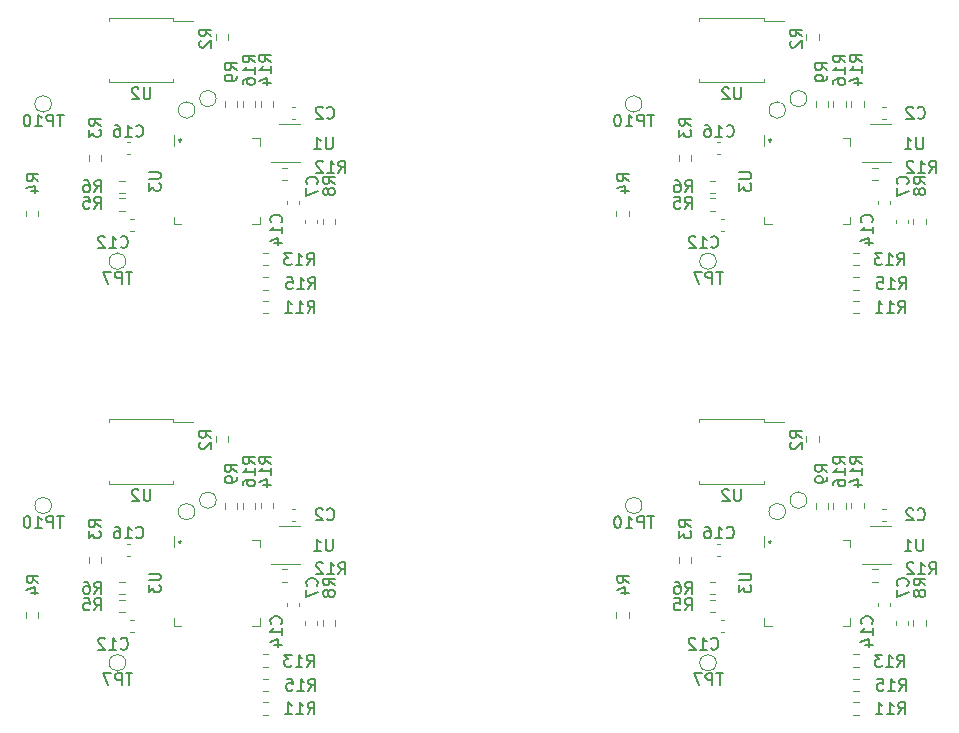
<source format=gbo>
G04 #@! TF.GenerationSoftware,KiCad,Pcbnew,(5.1.10-1-10_14)*
G04 #@! TF.CreationDate,2022-06-03T02:43:26+09:00*
G04 #@! TF.ProjectId,cmsis-dap_rp2040,636d7369-732d-4646-9170-5f7270323034,rev?*
G04 #@! TF.SameCoordinates,Original*
G04 #@! TF.FileFunction,Legend,Bot*
G04 #@! TF.FilePolarity,Positive*
%FSLAX46Y46*%
G04 Gerber Fmt 4.6, Leading zero omitted, Abs format (unit mm)*
G04 Created by KiCad (PCBNEW (5.1.10-1-10_14)) date 2022-06-03 02:43:26*
%MOMM*%
%LPD*%
G01*
G04 APERTURE LIST*
%ADD10C,0.150000*%
%ADD11C,0.120000*%
G04 APERTURE END LIST*
D10*
X165260000Y-95814285D02*
X165164761Y-95909523D01*
X165260000Y-96004761D01*
X165355238Y-95909523D01*
X165260000Y-95814285D01*
X165260000Y-96004761D01*
X115260000Y-95814285D02*
X115164761Y-95909523D01*
X115260000Y-96004761D01*
X115355238Y-95909523D01*
X115260000Y-95814285D01*
X115260000Y-96004761D01*
X165260000Y-61814285D02*
X165164761Y-61909523D01*
X165260000Y-62004761D01*
X165355238Y-61909523D01*
X165260000Y-61814285D01*
X165260000Y-62004761D01*
X115260000Y-61814285D02*
X115164761Y-61909523D01*
X115260000Y-62004761D01*
X115355238Y-61909523D01*
X115260000Y-61814285D01*
X115260000Y-62004761D01*
D11*
G04 #@! TO.C,TP7*
X160682000Y-106136000D02*
G75*
G03*
X160682000Y-106136000I-700000J0D01*
G01*
X110682000Y-106136000D02*
G75*
G03*
X110682000Y-106136000I-700000J0D01*
G01*
X160682000Y-72136000D02*
G75*
G03*
X160682000Y-72136000I-700000J0D01*
G01*
G04 #@! TO.C,R9*
X169087500Y-93077258D02*
X169087500Y-92602742D01*
X170132500Y-93077258D02*
X170132500Y-92602742D01*
X119087500Y-93077258D02*
X119087500Y-92602742D01*
X120132500Y-93077258D02*
X120132500Y-92602742D01*
X169087500Y-59077258D02*
X169087500Y-58602742D01*
X170132500Y-59077258D02*
X170132500Y-58602742D01*
G04 #@! TO.C,R11*
X172282742Y-109497500D02*
X172757258Y-109497500D01*
X172282742Y-110542500D02*
X172757258Y-110542500D01*
X122282742Y-109497500D02*
X122757258Y-109497500D01*
X122282742Y-110542500D02*
X122757258Y-110542500D01*
X172282742Y-75497500D02*
X172757258Y-75497500D01*
X172282742Y-76542500D02*
X172757258Y-76542500D01*
G04 #@! TO.C,R13*
X172262742Y-105417500D02*
X172737258Y-105417500D01*
X172262742Y-106462500D02*
X172737258Y-106462500D01*
X122262742Y-105417500D02*
X122737258Y-105417500D01*
X122262742Y-106462500D02*
X122737258Y-106462500D01*
X172262742Y-71417500D02*
X172737258Y-71417500D01*
X172262742Y-72462500D02*
X172737258Y-72462500D01*
G04 #@! TO.C,R14*
X173152500Y-93067258D02*
X173152500Y-92592742D01*
X172107500Y-93067258D02*
X172107500Y-92592742D01*
X123152500Y-93067258D02*
X123152500Y-92592742D01*
X122107500Y-93067258D02*
X122107500Y-92592742D01*
X173152500Y-59067258D02*
X173152500Y-58592742D01*
X172107500Y-59067258D02*
X172107500Y-58592742D01*
G04 #@! TO.C,R15*
X172272742Y-107497500D02*
X172747258Y-107497500D01*
X172272742Y-108542500D02*
X172747258Y-108542500D01*
X122272742Y-107497500D02*
X122747258Y-107497500D01*
X122272742Y-108542500D02*
X122747258Y-108542500D01*
X172272742Y-73497500D02*
X172747258Y-73497500D01*
X172272742Y-74542500D02*
X172747258Y-74542500D01*
G04 #@! TO.C,R16*
X171642500Y-93077258D02*
X171642500Y-92602742D01*
X170597500Y-93077258D02*
X170597500Y-92602742D01*
X121642500Y-93077258D02*
X121642500Y-92602742D01*
X120597500Y-93077258D02*
X120597500Y-92602742D01*
X171642500Y-59077258D02*
X171642500Y-58602742D01*
X170597500Y-59077258D02*
X170597500Y-58602742D01*
G04 #@! TO.C,U2*
X164705000Y-85785000D02*
X166380000Y-85785000D01*
X164705000Y-85525000D02*
X164705000Y-85785000D01*
X161980000Y-85525000D02*
X164705000Y-85525000D01*
X159255000Y-85525000D02*
X159255000Y-85785000D01*
X161980000Y-85525000D02*
X159255000Y-85525000D01*
X164705000Y-90975000D02*
X164705000Y-90715000D01*
X161980000Y-90975000D02*
X164705000Y-90975000D01*
X159255000Y-90975000D02*
X159255000Y-90715000D01*
X161980000Y-90975000D02*
X159255000Y-90975000D01*
X114705000Y-85785000D02*
X116380000Y-85785000D01*
X114705000Y-85525000D02*
X114705000Y-85785000D01*
X111980000Y-85525000D02*
X114705000Y-85525000D01*
X109255000Y-85525000D02*
X109255000Y-85785000D01*
X111980000Y-85525000D02*
X109255000Y-85525000D01*
X114705000Y-90975000D02*
X114705000Y-90715000D01*
X111980000Y-90975000D02*
X114705000Y-90975000D01*
X109255000Y-90975000D02*
X109255000Y-90715000D01*
X111980000Y-90975000D02*
X109255000Y-90975000D01*
X164705000Y-51785000D02*
X166380000Y-51785000D01*
X164705000Y-51525000D02*
X164705000Y-51785000D01*
X161980000Y-51525000D02*
X164705000Y-51525000D01*
X159255000Y-51525000D02*
X159255000Y-51785000D01*
X161980000Y-51525000D02*
X159255000Y-51525000D01*
X164705000Y-56975000D02*
X164705000Y-56715000D01*
X161980000Y-56975000D02*
X164705000Y-56975000D01*
X159255000Y-56975000D02*
X159255000Y-56715000D01*
X161980000Y-56975000D02*
X159255000Y-56975000D01*
G04 #@! TO.C,R12*
X174367258Y-99282500D02*
X173892742Y-99282500D01*
X174367258Y-98237500D02*
X173892742Y-98237500D01*
X124367258Y-99282500D02*
X123892742Y-99282500D01*
X124367258Y-98237500D02*
X123892742Y-98237500D01*
X174367258Y-65282500D02*
X173892742Y-65282500D01*
X174367258Y-64237500D02*
X173892742Y-64237500D01*
G04 #@! TO.C,TP8*
X166540000Y-93340000D02*
G75*
G03*
X166540000Y-93340000I-700000J0D01*
G01*
X116540000Y-93340000D02*
G75*
G03*
X116540000Y-93340000I-700000J0D01*
G01*
X166540000Y-59340000D02*
G75*
G03*
X166540000Y-59340000I-700000J0D01*
G01*
G04 #@! TO.C,TP9*
X168340000Y-92370000D02*
G75*
G03*
X168340000Y-92370000I-700000J0D01*
G01*
X118340000Y-92370000D02*
G75*
G03*
X118340000Y-92370000I-700000J0D01*
G01*
X168340000Y-58370000D02*
G75*
G03*
X168340000Y-58370000I-700000J0D01*
G01*
G04 #@! TO.C,TP10*
X154390000Y-92820000D02*
G75*
G03*
X154390000Y-92820000I-700000J0D01*
G01*
X104390000Y-92820000D02*
G75*
G03*
X104390000Y-92820000I-700000J0D01*
G01*
X154390000Y-58820000D02*
G75*
G03*
X154390000Y-58820000I-700000J0D01*
G01*
G04 #@! TO.C,U3*
X164730000Y-96360000D02*
X164730000Y-95422500D01*
X172030000Y-95710000D02*
X171380000Y-95710000D01*
X172030000Y-96360000D02*
X172030000Y-95710000D01*
X172030000Y-103010000D02*
X171380000Y-103010000D01*
X172030000Y-102360000D02*
X172030000Y-103010000D01*
X164730000Y-103010000D02*
X165380000Y-103010000D01*
X164730000Y-102360000D02*
X164730000Y-103010000D01*
X114730000Y-96360000D02*
X114730000Y-95422500D01*
X122030000Y-95710000D02*
X121380000Y-95710000D01*
X122030000Y-96360000D02*
X122030000Y-95710000D01*
X122030000Y-103010000D02*
X121380000Y-103010000D01*
X122030000Y-102360000D02*
X122030000Y-103010000D01*
X114730000Y-103010000D02*
X115380000Y-103010000D01*
X114730000Y-102360000D02*
X114730000Y-103010000D01*
X164730000Y-62360000D02*
X164730000Y-61422500D01*
X172030000Y-61710000D02*
X171380000Y-61710000D01*
X172030000Y-62360000D02*
X172030000Y-61710000D01*
X172030000Y-69010000D02*
X171380000Y-69010000D01*
X172030000Y-68360000D02*
X172030000Y-69010000D01*
X164730000Y-69010000D02*
X165380000Y-69010000D01*
X164730000Y-68360000D02*
X164730000Y-69010000D01*
G04 #@! TO.C,C16*
X161030580Y-97100000D02*
X160749420Y-97100000D01*
X161030580Y-96080000D02*
X160749420Y-96080000D01*
X111030580Y-97100000D02*
X110749420Y-97100000D01*
X111030580Y-96080000D02*
X110749420Y-96080000D01*
X161030580Y-63100000D02*
X160749420Y-63100000D01*
X161030580Y-62080000D02*
X160749420Y-62080000D01*
G04 #@! TO.C,C2*
X175030580Y-94130000D02*
X174749420Y-94130000D01*
X175030580Y-93110000D02*
X174749420Y-93110000D01*
X125030580Y-94130000D02*
X124749420Y-94130000D01*
X125030580Y-93110000D02*
X124749420Y-93110000D01*
X175030580Y-60130000D02*
X174749420Y-60130000D01*
X175030580Y-59110000D02*
X174749420Y-59110000D01*
G04 #@! TO.C,C7*
X176890000Y-102629420D02*
X176890000Y-102910580D01*
X175870000Y-102629420D02*
X175870000Y-102910580D01*
X126890000Y-102629420D02*
X126890000Y-102910580D01*
X125870000Y-102629420D02*
X125870000Y-102910580D01*
X176890000Y-68629420D02*
X176890000Y-68910580D01*
X175870000Y-68629420D02*
X175870000Y-68910580D01*
G04 #@! TO.C,R2*
X169352500Y-86932742D02*
X169352500Y-87407258D01*
X168307500Y-86932742D02*
X168307500Y-87407258D01*
X119352500Y-86932742D02*
X119352500Y-87407258D01*
X118307500Y-86932742D02*
X118307500Y-87407258D01*
X169352500Y-52932742D02*
X169352500Y-53407258D01*
X168307500Y-52932742D02*
X168307500Y-53407258D01*
G04 #@! TO.C,C14*
X175380000Y-101049420D02*
X175380000Y-101330580D01*
X174360000Y-101049420D02*
X174360000Y-101330580D01*
X125380000Y-101049420D02*
X125380000Y-101330580D01*
X124360000Y-101049420D02*
X124360000Y-101330580D01*
X175380000Y-67049420D02*
X175380000Y-67330580D01*
X174360000Y-67049420D02*
X174360000Y-67330580D01*
G04 #@! TO.C,C12*
X161360580Y-102550000D02*
X161079420Y-102550000D01*
X161360580Y-103570000D02*
X161079420Y-103570000D01*
X111360580Y-102550000D02*
X111079420Y-102550000D01*
X111360580Y-103570000D02*
X111079420Y-103570000D01*
X161360580Y-68550000D02*
X161079420Y-68550000D01*
X161360580Y-69570000D02*
X161079420Y-69570000D01*
G04 #@! TO.C,R6*
X160587258Y-100352500D02*
X160112742Y-100352500D01*
X160587258Y-99307500D02*
X160112742Y-99307500D01*
X110587258Y-100352500D02*
X110112742Y-100352500D01*
X110587258Y-99307500D02*
X110112742Y-99307500D01*
X160587258Y-66352500D02*
X160112742Y-66352500D01*
X160587258Y-65307500D02*
X160112742Y-65307500D01*
G04 #@! TO.C,U1*
X175470000Y-97770000D02*
X173020000Y-97770000D01*
X173670000Y-94550000D02*
X175470000Y-94550000D01*
X125470000Y-97770000D02*
X123020000Y-97770000D01*
X123670000Y-94550000D02*
X125470000Y-94550000D01*
X175470000Y-63770000D02*
X173020000Y-63770000D01*
X173670000Y-60550000D02*
X175470000Y-60550000D01*
G04 #@! TO.C,R3*
X158582500Y-97172742D02*
X158582500Y-97647258D01*
X157537500Y-97172742D02*
X157537500Y-97647258D01*
X108582500Y-97172742D02*
X108582500Y-97647258D01*
X107537500Y-97172742D02*
X107537500Y-97647258D01*
X158582500Y-63172742D02*
X158582500Y-63647258D01*
X157537500Y-63172742D02*
X157537500Y-63647258D01*
G04 #@! TO.C,R8*
X177377500Y-103007258D02*
X177377500Y-102532742D01*
X178422500Y-103007258D02*
X178422500Y-102532742D01*
X127377500Y-103007258D02*
X127377500Y-102532742D01*
X128422500Y-103007258D02*
X128422500Y-102532742D01*
X177377500Y-69007258D02*
X177377500Y-68532742D01*
X178422500Y-69007258D02*
X178422500Y-68532742D01*
G04 #@! TO.C,R4*
X152227500Y-102337258D02*
X152227500Y-101862742D01*
X153272500Y-102337258D02*
X153272500Y-101862742D01*
X102227500Y-102337258D02*
X102227500Y-101862742D01*
X103272500Y-102337258D02*
X103272500Y-101862742D01*
X152227500Y-68337258D02*
X152227500Y-67862742D01*
X153272500Y-68337258D02*
X153272500Y-67862742D01*
G04 #@! TO.C,R5*
X160587258Y-101852500D02*
X160112742Y-101852500D01*
X160587258Y-100807500D02*
X160112742Y-100807500D01*
X110587258Y-101852500D02*
X110112742Y-101852500D01*
X110587258Y-100807500D02*
X110112742Y-100807500D01*
X160587258Y-67852500D02*
X160112742Y-67852500D01*
X160587258Y-66807500D02*
X160112742Y-66807500D01*
G04 #@! TO.C,C16*
X111030580Y-62080000D02*
X110749420Y-62080000D01*
X111030580Y-63100000D02*
X110749420Y-63100000D01*
G04 #@! TO.C,U3*
X114730000Y-68360000D02*
X114730000Y-69010000D01*
X114730000Y-69010000D02*
X115380000Y-69010000D01*
X122030000Y-68360000D02*
X122030000Y-69010000D01*
X122030000Y-69010000D02*
X121380000Y-69010000D01*
X122030000Y-62360000D02*
X122030000Y-61710000D01*
X122030000Y-61710000D02*
X121380000Y-61710000D01*
X114730000Y-62360000D02*
X114730000Y-61422500D01*
G04 #@! TO.C,TP10*
X104390000Y-58820000D02*
G75*
G03*
X104390000Y-58820000I-700000J0D01*
G01*
G04 #@! TO.C,TP9*
X118340000Y-58370000D02*
G75*
G03*
X118340000Y-58370000I-700000J0D01*
G01*
G04 #@! TO.C,TP8*
X116540000Y-59340000D02*
G75*
G03*
X116540000Y-59340000I-700000J0D01*
G01*
G04 #@! TO.C,R12*
X124367258Y-64237500D02*
X123892742Y-64237500D01*
X124367258Y-65282500D02*
X123892742Y-65282500D01*
G04 #@! TO.C,U2*
X111980000Y-56975000D02*
X109255000Y-56975000D01*
X109255000Y-56975000D02*
X109255000Y-56715000D01*
X111980000Y-56975000D02*
X114705000Y-56975000D01*
X114705000Y-56975000D02*
X114705000Y-56715000D01*
X111980000Y-51525000D02*
X109255000Y-51525000D01*
X109255000Y-51525000D02*
X109255000Y-51785000D01*
X111980000Y-51525000D02*
X114705000Y-51525000D01*
X114705000Y-51525000D02*
X114705000Y-51785000D01*
X114705000Y-51785000D02*
X116380000Y-51785000D01*
G04 #@! TO.C,R16*
X120597500Y-59077258D02*
X120597500Y-58602742D01*
X121642500Y-59077258D02*
X121642500Y-58602742D01*
G04 #@! TO.C,R15*
X122272742Y-74542500D02*
X122747258Y-74542500D01*
X122272742Y-73497500D02*
X122747258Y-73497500D01*
G04 #@! TO.C,R14*
X122107500Y-59067258D02*
X122107500Y-58592742D01*
X123152500Y-59067258D02*
X123152500Y-58592742D01*
G04 #@! TO.C,R13*
X122262742Y-72462500D02*
X122737258Y-72462500D01*
X122262742Y-71417500D02*
X122737258Y-71417500D01*
G04 #@! TO.C,R11*
X122282742Y-76542500D02*
X122757258Y-76542500D01*
X122282742Y-75497500D02*
X122757258Y-75497500D01*
G04 #@! TO.C,R9*
X120132500Y-59077258D02*
X120132500Y-58602742D01*
X119087500Y-59077258D02*
X119087500Y-58602742D01*
G04 #@! TO.C,TP7*
X110682000Y-72136000D02*
G75*
G03*
X110682000Y-72136000I-700000J0D01*
G01*
G04 #@! TO.C,U1*
X123670000Y-60550000D02*
X125470000Y-60550000D01*
X125470000Y-63770000D02*
X123020000Y-63770000D01*
G04 #@! TO.C,R8*
X128422500Y-69007258D02*
X128422500Y-68532742D01*
X127377500Y-69007258D02*
X127377500Y-68532742D01*
G04 #@! TO.C,R6*
X110587258Y-65307500D02*
X110112742Y-65307500D01*
X110587258Y-66352500D02*
X110112742Y-66352500D01*
G04 #@! TO.C,R5*
X110587258Y-66807500D02*
X110112742Y-66807500D01*
X110587258Y-67852500D02*
X110112742Y-67852500D01*
G04 #@! TO.C,R4*
X103272500Y-68337258D02*
X103272500Y-67862742D01*
X102227500Y-68337258D02*
X102227500Y-67862742D01*
G04 #@! TO.C,R3*
X107537500Y-63172742D02*
X107537500Y-63647258D01*
X108582500Y-63172742D02*
X108582500Y-63647258D01*
G04 #@! TO.C,R2*
X118307500Y-52932742D02*
X118307500Y-53407258D01*
X119352500Y-52932742D02*
X119352500Y-53407258D01*
G04 #@! TO.C,C14*
X124360000Y-67049420D02*
X124360000Y-67330580D01*
X125380000Y-67049420D02*
X125380000Y-67330580D01*
G04 #@! TO.C,C12*
X111360580Y-69570000D02*
X111079420Y-69570000D01*
X111360580Y-68550000D02*
X111079420Y-68550000D01*
G04 #@! TO.C,C7*
X125870000Y-68629420D02*
X125870000Y-68910580D01*
X126890000Y-68629420D02*
X126890000Y-68910580D01*
G04 #@! TO.C,C2*
X125030580Y-59110000D02*
X124749420Y-59110000D01*
X125030580Y-60130000D02*
X124749420Y-60130000D01*
G04 #@! TO.C,TP7*
D10*
X161243904Y-107036380D02*
X160672476Y-107036380D01*
X160958190Y-108036380D02*
X160958190Y-107036380D01*
X160339142Y-108036380D02*
X160339142Y-107036380D01*
X159958190Y-107036380D01*
X159862952Y-107084000D01*
X159815333Y-107131619D01*
X159767714Y-107226857D01*
X159767714Y-107369714D01*
X159815333Y-107464952D01*
X159862952Y-107512571D01*
X159958190Y-107560190D01*
X160339142Y-107560190D01*
X159434380Y-107036380D02*
X158767714Y-107036380D01*
X159196285Y-108036380D01*
X111243904Y-107036380D02*
X110672476Y-107036380D01*
X110958190Y-108036380D02*
X110958190Y-107036380D01*
X110339142Y-108036380D02*
X110339142Y-107036380D01*
X109958190Y-107036380D01*
X109862952Y-107084000D01*
X109815333Y-107131619D01*
X109767714Y-107226857D01*
X109767714Y-107369714D01*
X109815333Y-107464952D01*
X109862952Y-107512571D01*
X109958190Y-107560190D01*
X110339142Y-107560190D01*
X109434380Y-107036380D02*
X108767714Y-107036380D01*
X109196285Y-108036380D01*
X161243904Y-73036380D02*
X160672476Y-73036380D01*
X160958190Y-74036380D02*
X160958190Y-73036380D01*
X160339142Y-74036380D02*
X160339142Y-73036380D01*
X159958190Y-73036380D01*
X159862952Y-73084000D01*
X159815333Y-73131619D01*
X159767714Y-73226857D01*
X159767714Y-73369714D01*
X159815333Y-73464952D01*
X159862952Y-73512571D01*
X159958190Y-73560190D01*
X160339142Y-73560190D01*
X159434380Y-73036380D02*
X158767714Y-73036380D01*
X159196285Y-74036380D01*
G04 #@! TO.C,R9*
X170072380Y-89963333D02*
X169596190Y-89630000D01*
X170072380Y-89391904D02*
X169072380Y-89391904D01*
X169072380Y-89772857D01*
X169120000Y-89868095D01*
X169167619Y-89915714D01*
X169262857Y-89963333D01*
X169405714Y-89963333D01*
X169500952Y-89915714D01*
X169548571Y-89868095D01*
X169596190Y-89772857D01*
X169596190Y-89391904D01*
X170072380Y-90439523D02*
X170072380Y-90630000D01*
X170024761Y-90725238D01*
X169977142Y-90772857D01*
X169834285Y-90868095D01*
X169643809Y-90915714D01*
X169262857Y-90915714D01*
X169167619Y-90868095D01*
X169120000Y-90820476D01*
X169072380Y-90725238D01*
X169072380Y-90534761D01*
X169120000Y-90439523D01*
X169167619Y-90391904D01*
X169262857Y-90344285D01*
X169500952Y-90344285D01*
X169596190Y-90391904D01*
X169643809Y-90439523D01*
X169691428Y-90534761D01*
X169691428Y-90725238D01*
X169643809Y-90820476D01*
X169596190Y-90868095D01*
X169500952Y-90915714D01*
X120072380Y-89963333D02*
X119596190Y-89630000D01*
X120072380Y-89391904D02*
X119072380Y-89391904D01*
X119072380Y-89772857D01*
X119120000Y-89868095D01*
X119167619Y-89915714D01*
X119262857Y-89963333D01*
X119405714Y-89963333D01*
X119500952Y-89915714D01*
X119548571Y-89868095D01*
X119596190Y-89772857D01*
X119596190Y-89391904D01*
X120072380Y-90439523D02*
X120072380Y-90630000D01*
X120024761Y-90725238D01*
X119977142Y-90772857D01*
X119834285Y-90868095D01*
X119643809Y-90915714D01*
X119262857Y-90915714D01*
X119167619Y-90868095D01*
X119120000Y-90820476D01*
X119072380Y-90725238D01*
X119072380Y-90534761D01*
X119120000Y-90439523D01*
X119167619Y-90391904D01*
X119262857Y-90344285D01*
X119500952Y-90344285D01*
X119596190Y-90391904D01*
X119643809Y-90439523D01*
X119691428Y-90534761D01*
X119691428Y-90725238D01*
X119643809Y-90820476D01*
X119596190Y-90868095D01*
X119500952Y-90915714D01*
X170072380Y-55963333D02*
X169596190Y-55630000D01*
X170072380Y-55391904D02*
X169072380Y-55391904D01*
X169072380Y-55772857D01*
X169120000Y-55868095D01*
X169167619Y-55915714D01*
X169262857Y-55963333D01*
X169405714Y-55963333D01*
X169500952Y-55915714D01*
X169548571Y-55868095D01*
X169596190Y-55772857D01*
X169596190Y-55391904D01*
X170072380Y-56439523D02*
X170072380Y-56630000D01*
X170024761Y-56725238D01*
X169977142Y-56772857D01*
X169834285Y-56868095D01*
X169643809Y-56915714D01*
X169262857Y-56915714D01*
X169167619Y-56868095D01*
X169120000Y-56820476D01*
X169072380Y-56725238D01*
X169072380Y-56534761D01*
X169120000Y-56439523D01*
X169167619Y-56391904D01*
X169262857Y-56344285D01*
X169500952Y-56344285D01*
X169596190Y-56391904D01*
X169643809Y-56439523D01*
X169691428Y-56534761D01*
X169691428Y-56725238D01*
X169643809Y-56820476D01*
X169596190Y-56868095D01*
X169500952Y-56915714D01*
G04 #@! TO.C,R11*
X176072857Y-110482380D02*
X176406190Y-110006190D01*
X176644285Y-110482380D02*
X176644285Y-109482380D01*
X176263333Y-109482380D01*
X176168095Y-109530000D01*
X176120476Y-109577619D01*
X176072857Y-109672857D01*
X176072857Y-109815714D01*
X176120476Y-109910952D01*
X176168095Y-109958571D01*
X176263333Y-110006190D01*
X176644285Y-110006190D01*
X175120476Y-110482380D02*
X175691904Y-110482380D01*
X175406190Y-110482380D02*
X175406190Y-109482380D01*
X175501428Y-109625238D01*
X175596666Y-109720476D01*
X175691904Y-109768095D01*
X174168095Y-110482380D02*
X174739523Y-110482380D01*
X174453809Y-110482380D02*
X174453809Y-109482380D01*
X174549047Y-109625238D01*
X174644285Y-109720476D01*
X174739523Y-109768095D01*
X126072857Y-110482380D02*
X126406190Y-110006190D01*
X126644285Y-110482380D02*
X126644285Y-109482380D01*
X126263333Y-109482380D01*
X126168095Y-109530000D01*
X126120476Y-109577619D01*
X126072857Y-109672857D01*
X126072857Y-109815714D01*
X126120476Y-109910952D01*
X126168095Y-109958571D01*
X126263333Y-110006190D01*
X126644285Y-110006190D01*
X125120476Y-110482380D02*
X125691904Y-110482380D01*
X125406190Y-110482380D02*
X125406190Y-109482380D01*
X125501428Y-109625238D01*
X125596666Y-109720476D01*
X125691904Y-109768095D01*
X124168095Y-110482380D02*
X124739523Y-110482380D01*
X124453809Y-110482380D02*
X124453809Y-109482380D01*
X124549047Y-109625238D01*
X124644285Y-109720476D01*
X124739523Y-109768095D01*
X176072857Y-76482380D02*
X176406190Y-76006190D01*
X176644285Y-76482380D02*
X176644285Y-75482380D01*
X176263333Y-75482380D01*
X176168095Y-75530000D01*
X176120476Y-75577619D01*
X176072857Y-75672857D01*
X176072857Y-75815714D01*
X176120476Y-75910952D01*
X176168095Y-75958571D01*
X176263333Y-76006190D01*
X176644285Y-76006190D01*
X175120476Y-76482380D02*
X175691904Y-76482380D01*
X175406190Y-76482380D02*
X175406190Y-75482380D01*
X175501428Y-75625238D01*
X175596666Y-75720476D01*
X175691904Y-75768095D01*
X174168095Y-76482380D02*
X174739523Y-76482380D01*
X174453809Y-76482380D02*
X174453809Y-75482380D01*
X174549047Y-75625238D01*
X174644285Y-75720476D01*
X174739523Y-75768095D01*
G04 #@! TO.C,R13*
X176012857Y-106452380D02*
X176346190Y-105976190D01*
X176584285Y-106452380D02*
X176584285Y-105452380D01*
X176203333Y-105452380D01*
X176108095Y-105500000D01*
X176060476Y-105547619D01*
X176012857Y-105642857D01*
X176012857Y-105785714D01*
X176060476Y-105880952D01*
X176108095Y-105928571D01*
X176203333Y-105976190D01*
X176584285Y-105976190D01*
X175060476Y-106452380D02*
X175631904Y-106452380D01*
X175346190Y-106452380D02*
X175346190Y-105452380D01*
X175441428Y-105595238D01*
X175536666Y-105690476D01*
X175631904Y-105738095D01*
X174727142Y-105452380D02*
X174108095Y-105452380D01*
X174441428Y-105833333D01*
X174298571Y-105833333D01*
X174203333Y-105880952D01*
X174155714Y-105928571D01*
X174108095Y-106023809D01*
X174108095Y-106261904D01*
X174155714Y-106357142D01*
X174203333Y-106404761D01*
X174298571Y-106452380D01*
X174584285Y-106452380D01*
X174679523Y-106404761D01*
X174727142Y-106357142D01*
X126012857Y-106452380D02*
X126346190Y-105976190D01*
X126584285Y-106452380D02*
X126584285Y-105452380D01*
X126203333Y-105452380D01*
X126108095Y-105500000D01*
X126060476Y-105547619D01*
X126012857Y-105642857D01*
X126012857Y-105785714D01*
X126060476Y-105880952D01*
X126108095Y-105928571D01*
X126203333Y-105976190D01*
X126584285Y-105976190D01*
X125060476Y-106452380D02*
X125631904Y-106452380D01*
X125346190Y-106452380D02*
X125346190Y-105452380D01*
X125441428Y-105595238D01*
X125536666Y-105690476D01*
X125631904Y-105738095D01*
X124727142Y-105452380D02*
X124108095Y-105452380D01*
X124441428Y-105833333D01*
X124298571Y-105833333D01*
X124203333Y-105880952D01*
X124155714Y-105928571D01*
X124108095Y-106023809D01*
X124108095Y-106261904D01*
X124155714Y-106357142D01*
X124203333Y-106404761D01*
X124298571Y-106452380D01*
X124584285Y-106452380D01*
X124679523Y-106404761D01*
X124727142Y-106357142D01*
X176012857Y-72452380D02*
X176346190Y-71976190D01*
X176584285Y-72452380D02*
X176584285Y-71452380D01*
X176203333Y-71452380D01*
X176108095Y-71500000D01*
X176060476Y-71547619D01*
X176012857Y-71642857D01*
X176012857Y-71785714D01*
X176060476Y-71880952D01*
X176108095Y-71928571D01*
X176203333Y-71976190D01*
X176584285Y-71976190D01*
X175060476Y-72452380D02*
X175631904Y-72452380D01*
X175346190Y-72452380D02*
X175346190Y-71452380D01*
X175441428Y-71595238D01*
X175536666Y-71690476D01*
X175631904Y-71738095D01*
X174727142Y-71452380D02*
X174108095Y-71452380D01*
X174441428Y-71833333D01*
X174298571Y-71833333D01*
X174203333Y-71880952D01*
X174155714Y-71928571D01*
X174108095Y-72023809D01*
X174108095Y-72261904D01*
X174155714Y-72357142D01*
X174203333Y-72404761D01*
X174298571Y-72452380D01*
X174584285Y-72452380D01*
X174679523Y-72404761D01*
X174727142Y-72357142D01*
G04 #@! TO.C,R14*
X172992380Y-89267142D02*
X172516190Y-88933809D01*
X172992380Y-88695714D02*
X171992380Y-88695714D01*
X171992380Y-89076666D01*
X172040000Y-89171904D01*
X172087619Y-89219523D01*
X172182857Y-89267142D01*
X172325714Y-89267142D01*
X172420952Y-89219523D01*
X172468571Y-89171904D01*
X172516190Y-89076666D01*
X172516190Y-88695714D01*
X172992380Y-90219523D02*
X172992380Y-89648095D01*
X172992380Y-89933809D02*
X171992380Y-89933809D01*
X172135238Y-89838571D01*
X172230476Y-89743333D01*
X172278095Y-89648095D01*
X172325714Y-91076666D02*
X172992380Y-91076666D01*
X171944761Y-90838571D02*
X172659047Y-90600476D01*
X172659047Y-91219523D01*
X122992380Y-89267142D02*
X122516190Y-88933809D01*
X122992380Y-88695714D02*
X121992380Y-88695714D01*
X121992380Y-89076666D01*
X122040000Y-89171904D01*
X122087619Y-89219523D01*
X122182857Y-89267142D01*
X122325714Y-89267142D01*
X122420952Y-89219523D01*
X122468571Y-89171904D01*
X122516190Y-89076666D01*
X122516190Y-88695714D01*
X122992380Y-90219523D02*
X122992380Y-89648095D01*
X122992380Y-89933809D02*
X121992380Y-89933809D01*
X122135238Y-89838571D01*
X122230476Y-89743333D01*
X122278095Y-89648095D01*
X122325714Y-91076666D02*
X122992380Y-91076666D01*
X121944761Y-90838571D02*
X122659047Y-90600476D01*
X122659047Y-91219523D01*
X172992380Y-55267142D02*
X172516190Y-54933809D01*
X172992380Y-54695714D02*
X171992380Y-54695714D01*
X171992380Y-55076666D01*
X172040000Y-55171904D01*
X172087619Y-55219523D01*
X172182857Y-55267142D01*
X172325714Y-55267142D01*
X172420952Y-55219523D01*
X172468571Y-55171904D01*
X172516190Y-55076666D01*
X172516190Y-54695714D01*
X172992380Y-56219523D02*
X172992380Y-55648095D01*
X172992380Y-55933809D02*
X171992380Y-55933809D01*
X172135238Y-55838571D01*
X172230476Y-55743333D01*
X172278095Y-55648095D01*
X172325714Y-57076666D02*
X172992380Y-57076666D01*
X171944761Y-56838571D02*
X172659047Y-56600476D01*
X172659047Y-57219523D01*
G04 #@! TO.C,R15*
X176152857Y-108492380D02*
X176486190Y-108016190D01*
X176724285Y-108492380D02*
X176724285Y-107492380D01*
X176343333Y-107492380D01*
X176248095Y-107540000D01*
X176200476Y-107587619D01*
X176152857Y-107682857D01*
X176152857Y-107825714D01*
X176200476Y-107920952D01*
X176248095Y-107968571D01*
X176343333Y-108016190D01*
X176724285Y-108016190D01*
X175200476Y-108492380D02*
X175771904Y-108492380D01*
X175486190Y-108492380D02*
X175486190Y-107492380D01*
X175581428Y-107635238D01*
X175676666Y-107730476D01*
X175771904Y-107778095D01*
X174295714Y-107492380D02*
X174771904Y-107492380D01*
X174819523Y-107968571D01*
X174771904Y-107920952D01*
X174676666Y-107873333D01*
X174438571Y-107873333D01*
X174343333Y-107920952D01*
X174295714Y-107968571D01*
X174248095Y-108063809D01*
X174248095Y-108301904D01*
X174295714Y-108397142D01*
X174343333Y-108444761D01*
X174438571Y-108492380D01*
X174676666Y-108492380D01*
X174771904Y-108444761D01*
X174819523Y-108397142D01*
X126152857Y-108492380D02*
X126486190Y-108016190D01*
X126724285Y-108492380D02*
X126724285Y-107492380D01*
X126343333Y-107492380D01*
X126248095Y-107540000D01*
X126200476Y-107587619D01*
X126152857Y-107682857D01*
X126152857Y-107825714D01*
X126200476Y-107920952D01*
X126248095Y-107968571D01*
X126343333Y-108016190D01*
X126724285Y-108016190D01*
X125200476Y-108492380D02*
X125771904Y-108492380D01*
X125486190Y-108492380D02*
X125486190Y-107492380D01*
X125581428Y-107635238D01*
X125676666Y-107730476D01*
X125771904Y-107778095D01*
X124295714Y-107492380D02*
X124771904Y-107492380D01*
X124819523Y-107968571D01*
X124771904Y-107920952D01*
X124676666Y-107873333D01*
X124438571Y-107873333D01*
X124343333Y-107920952D01*
X124295714Y-107968571D01*
X124248095Y-108063809D01*
X124248095Y-108301904D01*
X124295714Y-108397142D01*
X124343333Y-108444761D01*
X124438571Y-108492380D01*
X124676666Y-108492380D01*
X124771904Y-108444761D01*
X124819523Y-108397142D01*
X176152857Y-74492380D02*
X176486190Y-74016190D01*
X176724285Y-74492380D02*
X176724285Y-73492380D01*
X176343333Y-73492380D01*
X176248095Y-73540000D01*
X176200476Y-73587619D01*
X176152857Y-73682857D01*
X176152857Y-73825714D01*
X176200476Y-73920952D01*
X176248095Y-73968571D01*
X176343333Y-74016190D01*
X176724285Y-74016190D01*
X175200476Y-74492380D02*
X175771904Y-74492380D01*
X175486190Y-74492380D02*
X175486190Y-73492380D01*
X175581428Y-73635238D01*
X175676666Y-73730476D01*
X175771904Y-73778095D01*
X174295714Y-73492380D02*
X174771904Y-73492380D01*
X174819523Y-73968571D01*
X174771904Y-73920952D01*
X174676666Y-73873333D01*
X174438571Y-73873333D01*
X174343333Y-73920952D01*
X174295714Y-73968571D01*
X174248095Y-74063809D01*
X174248095Y-74301904D01*
X174295714Y-74397142D01*
X174343333Y-74444761D01*
X174438571Y-74492380D01*
X174676666Y-74492380D01*
X174771904Y-74444761D01*
X174819523Y-74397142D01*
G04 #@! TO.C,R16*
X171602380Y-89297142D02*
X171126190Y-88963809D01*
X171602380Y-88725714D02*
X170602380Y-88725714D01*
X170602380Y-89106666D01*
X170650000Y-89201904D01*
X170697619Y-89249523D01*
X170792857Y-89297142D01*
X170935714Y-89297142D01*
X171030952Y-89249523D01*
X171078571Y-89201904D01*
X171126190Y-89106666D01*
X171126190Y-88725714D01*
X171602380Y-90249523D02*
X171602380Y-89678095D01*
X171602380Y-89963809D02*
X170602380Y-89963809D01*
X170745238Y-89868571D01*
X170840476Y-89773333D01*
X170888095Y-89678095D01*
X170602380Y-91106666D02*
X170602380Y-90916190D01*
X170650000Y-90820952D01*
X170697619Y-90773333D01*
X170840476Y-90678095D01*
X171030952Y-90630476D01*
X171411904Y-90630476D01*
X171507142Y-90678095D01*
X171554761Y-90725714D01*
X171602380Y-90820952D01*
X171602380Y-91011428D01*
X171554761Y-91106666D01*
X171507142Y-91154285D01*
X171411904Y-91201904D01*
X171173809Y-91201904D01*
X171078571Y-91154285D01*
X171030952Y-91106666D01*
X170983333Y-91011428D01*
X170983333Y-90820952D01*
X171030952Y-90725714D01*
X171078571Y-90678095D01*
X171173809Y-90630476D01*
X121602380Y-89297142D02*
X121126190Y-88963809D01*
X121602380Y-88725714D02*
X120602380Y-88725714D01*
X120602380Y-89106666D01*
X120650000Y-89201904D01*
X120697619Y-89249523D01*
X120792857Y-89297142D01*
X120935714Y-89297142D01*
X121030952Y-89249523D01*
X121078571Y-89201904D01*
X121126190Y-89106666D01*
X121126190Y-88725714D01*
X121602380Y-90249523D02*
X121602380Y-89678095D01*
X121602380Y-89963809D02*
X120602380Y-89963809D01*
X120745238Y-89868571D01*
X120840476Y-89773333D01*
X120888095Y-89678095D01*
X120602380Y-91106666D02*
X120602380Y-90916190D01*
X120650000Y-90820952D01*
X120697619Y-90773333D01*
X120840476Y-90678095D01*
X121030952Y-90630476D01*
X121411904Y-90630476D01*
X121507142Y-90678095D01*
X121554761Y-90725714D01*
X121602380Y-90820952D01*
X121602380Y-91011428D01*
X121554761Y-91106666D01*
X121507142Y-91154285D01*
X121411904Y-91201904D01*
X121173809Y-91201904D01*
X121078571Y-91154285D01*
X121030952Y-91106666D01*
X120983333Y-91011428D01*
X120983333Y-90820952D01*
X121030952Y-90725714D01*
X121078571Y-90678095D01*
X121173809Y-90630476D01*
X171602380Y-55297142D02*
X171126190Y-54963809D01*
X171602380Y-54725714D02*
X170602380Y-54725714D01*
X170602380Y-55106666D01*
X170650000Y-55201904D01*
X170697619Y-55249523D01*
X170792857Y-55297142D01*
X170935714Y-55297142D01*
X171030952Y-55249523D01*
X171078571Y-55201904D01*
X171126190Y-55106666D01*
X171126190Y-54725714D01*
X171602380Y-56249523D02*
X171602380Y-55678095D01*
X171602380Y-55963809D02*
X170602380Y-55963809D01*
X170745238Y-55868571D01*
X170840476Y-55773333D01*
X170888095Y-55678095D01*
X170602380Y-57106666D02*
X170602380Y-56916190D01*
X170650000Y-56820952D01*
X170697619Y-56773333D01*
X170840476Y-56678095D01*
X171030952Y-56630476D01*
X171411904Y-56630476D01*
X171507142Y-56678095D01*
X171554761Y-56725714D01*
X171602380Y-56820952D01*
X171602380Y-57011428D01*
X171554761Y-57106666D01*
X171507142Y-57154285D01*
X171411904Y-57201904D01*
X171173809Y-57201904D01*
X171078571Y-57154285D01*
X171030952Y-57106666D01*
X170983333Y-57011428D01*
X170983333Y-56820952D01*
X171030952Y-56725714D01*
X171078571Y-56678095D01*
X171173809Y-56630476D01*
G04 #@! TO.C,U2*
X162761904Y-91422380D02*
X162761904Y-92231904D01*
X162714285Y-92327142D01*
X162666666Y-92374761D01*
X162571428Y-92422380D01*
X162380952Y-92422380D01*
X162285714Y-92374761D01*
X162238095Y-92327142D01*
X162190476Y-92231904D01*
X162190476Y-91422380D01*
X161761904Y-91517619D02*
X161714285Y-91470000D01*
X161619047Y-91422380D01*
X161380952Y-91422380D01*
X161285714Y-91470000D01*
X161238095Y-91517619D01*
X161190476Y-91612857D01*
X161190476Y-91708095D01*
X161238095Y-91850952D01*
X161809523Y-92422380D01*
X161190476Y-92422380D01*
X112761904Y-91422380D02*
X112761904Y-92231904D01*
X112714285Y-92327142D01*
X112666666Y-92374761D01*
X112571428Y-92422380D01*
X112380952Y-92422380D01*
X112285714Y-92374761D01*
X112238095Y-92327142D01*
X112190476Y-92231904D01*
X112190476Y-91422380D01*
X111761904Y-91517619D02*
X111714285Y-91470000D01*
X111619047Y-91422380D01*
X111380952Y-91422380D01*
X111285714Y-91470000D01*
X111238095Y-91517619D01*
X111190476Y-91612857D01*
X111190476Y-91708095D01*
X111238095Y-91850952D01*
X111809523Y-92422380D01*
X111190476Y-92422380D01*
X162761904Y-57422380D02*
X162761904Y-58231904D01*
X162714285Y-58327142D01*
X162666666Y-58374761D01*
X162571428Y-58422380D01*
X162380952Y-58422380D01*
X162285714Y-58374761D01*
X162238095Y-58327142D01*
X162190476Y-58231904D01*
X162190476Y-57422380D01*
X161761904Y-57517619D02*
X161714285Y-57470000D01*
X161619047Y-57422380D01*
X161380952Y-57422380D01*
X161285714Y-57470000D01*
X161238095Y-57517619D01*
X161190476Y-57612857D01*
X161190476Y-57708095D01*
X161238095Y-57850952D01*
X161809523Y-58422380D01*
X161190476Y-58422380D01*
G04 #@! TO.C,R12*
X178692857Y-98632380D02*
X179026190Y-98156190D01*
X179264285Y-98632380D02*
X179264285Y-97632380D01*
X178883333Y-97632380D01*
X178788095Y-97680000D01*
X178740476Y-97727619D01*
X178692857Y-97822857D01*
X178692857Y-97965714D01*
X178740476Y-98060952D01*
X178788095Y-98108571D01*
X178883333Y-98156190D01*
X179264285Y-98156190D01*
X177740476Y-98632380D02*
X178311904Y-98632380D01*
X178026190Y-98632380D02*
X178026190Y-97632380D01*
X178121428Y-97775238D01*
X178216666Y-97870476D01*
X178311904Y-97918095D01*
X177359523Y-97727619D02*
X177311904Y-97680000D01*
X177216666Y-97632380D01*
X176978571Y-97632380D01*
X176883333Y-97680000D01*
X176835714Y-97727619D01*
X176788095Y-97822857D01*
X176788095Y-97918095D01*
X176835714Y-98060952D01*
X177407142Y-98632380D01*
X176788095Y-98632380D01*
X128692857Y-98632380D02*
X129026190Y-98156190D01*
X129264285Y-98632380D02*
X129264285Y-97632380D01*
X128883333Y-97632380D01*
X128788095Y-97680000D01*
X128740476Y-97727619D01*
X128692857Y-97822857D01*
X128692857Y-97965714D01*
X128740476Y-98060952D01*
X128788095Y-98108571D01*
X128883333Y-98156190D01*
X129264285Y-98156190D01*
X127740476Y-98632380D02*
X128311904Y-98632380D01*
X128026190Y-98632380D02*
X128026190Y-97632380D01*
X128121428Y-97775238D01*
X128216666Y-97870476D01*
X128311904Y-97918095D01*
X127359523Y-97727619D02*
X127311904Y-97680000D01*
X127216666Y-97632380D01*
X126978571Y-97632380D01*
X126883333Y-97680000D01*
X126835714Y-97727619D01*
X126788095Y-97822857D01*
X126788095Y-97918095D01*
X126835714Y-98060952D01*
X127407142Y-98632380D01*
X126788095Y-98632380D01*
X178692857Y-64632380D02*
X179026190Y-64156190D01*
X179264285Y-64632380D02*
X179264285Y-63632380D01*
X178883333Y-63632380D01*
X178788095Y-63680000D01*
X178740476Y-63727619D01*
X178692857Y-63822857D01*
X178692857Y-63965714D01*
X178740476Y-64060952D01*
X178788095Y-64108571D01*
X178883333Y-64156190D01*
X179264285Y-64156190D01*
X177740476Y-64632380D02*
X178311904Y-64632380D01*
X178026190Y-64632380D02*
X178026190Y-63632380D01*
X178121428Y-63775238D01*
X178216666Y-63870476D01*
X178311904Y-63918095D01*
X177359523Y-63727619D02*
X177311904Y-63680000D01*
X177216666Y-63632380D01*
X176978571Y-63632380D01*
X176883333Y-63680000D01*
X176835714Y-63727619D01*
X176788095Y-63822857D01*
X176788095Y-63918095D01*
X176835714Y-64060952D01*
X177407142Y-64632380D01*
X176788095Y-64632380D01*
G04 #@! TO.C,TP10*
X155428095Y-93720380D02*
X154856666Y-93720380D01*
X155142380Y-94720380D02*
X155142380Y-93720380D01*
X154523333Y-94720380D02*
X154523333Y-93720380D01*
X154142380Y-93720380D01*
X154047142Y-93768000D01*
X153999523Y-93815619D01*
X153951904Y-93910857D01*
X153951904Y-94053714D01*
X153999523Y-94148952D01*
X154047142Y-94196571D01*
X154142380Y-94244190D01*
X154523333Y-94244190D01*
X152999523Y-94720380D02*
X153570952Y-94720380D01*
X153285238Y-94720380D02*
X153285238Y-93720380D01*
X153380476Y-93863238D01*
X153475714Y-93958476D01*
X153570952Y-94006095D01*
X152380476Y-93720380D02*
X152285238Y-93720380D01*
X152190000Y-93768000D01*
X152142380Y-93815619D01*
X152094761Y-93910857D01*
X152047142Y-94101333D01*
X152047142Y-94339428D01*
X152094761Y-94529904D01*
X152142380Y-94625142D01*
X152190000Y-94672761D01*
X152285238Y-94720380D01*
X152380476Y-94720380D01*
X152475714Y-94672761D01*
X152523333Y-94625142D01*
X152570952Y-94529904D01*
X152618571Y-94339428D01*
X152618571Y-94101333D01*
X152570952Y-93910857D01*
X152523333Y-93815619D01*
X152475714Y-93768000D01*
X152380476Y-93720380D01*
X105428095Y-93720380D02*
X104856666Y-93720380D01*
X105142380Y-94720380D02*
X105142380Y-93720380D01*
X104523333Y-94720380D02*
X104523333Y-93720380D01*
X104142380Y-93720380D01*
X104047142Y-93768000D01*
X103999523Y-93815619D01*
X103951904Y-93910857D01*
X103951904Y-94053714D01*
X103999523Y-94148952D01*
X104047142Y-94196571D01*
X104142380Y-94244190D01*
X104523333Y-94244190D01*
X102999523Y-94720380D02*
X103570952Y-94720380D01*
X103285238Y-94720380D02*
X103285238Y-93720380D01*
X103380476Y-93863238D01*
X103475714Y-93958476D01*
X103570952Y-94006095D01*
X102380476Y-93720380D02*
X102285238Y-93720380D01*
X102190000Y-93768000D01*
X102142380Y-93815619D01*
X102094761Y-93910857D01*
X102047142Y-94101333D01*
X102047142Y-94339428D01*
X102094761Y-94529904D01*
X102142380Y-94625142D01*
X102190000Y-94672761D01*
X102285238Y-94720380D01*
X102380476Y-94720380D01*
X102475714Y-94672761D01*
X102523333Y-94625142D01*
X102570952Y-94529904D01*
X102618571Y-94339428D01*
X102618571Y-94101333D01*
X102570952Y-93910857D01*
X102523333Y-93815619D01*
X102475714Y-93768000D01*
X102380476Y-93720380D01*
X155428095Y-59720380D02*
X154856666Y-59720380D01*
X155142380Y-60720380D02*
X155142380Y-59720380D01*
X154523333Y-60720380D02*
X154523333Y-59720380D01*
X154142380Y-59720380D01*
X154047142Y-59768000D01*
X153999523Y-59815619D01*
X153951904Y-59910857D01*
X153951904Y-60053714D01*
X153999523Y-60148952D01*
X154047142Y-60196571D01*
X154142380Y-60244190D01*
X154523333Y-60244190D01*
X152999523Y-60720380D02*
X153570952Y-60720380D01*
X153285238Y-60720380D02*
X153285238Y-59720380D01*
X153380476Y-59863238D01*
X153475714Y-59958476D01*
X153570952Y-60006095D01*
X152380476Y-59720380D02*
X152285238Y-59720380D01*
X152190000Y-59768000D01*
X152142380Y-59815619D01*
X152094761Y-59910857D01*
X152047142Y-60101333D01*
X152047142Y-60339428D01*
X152094761Y-60529904D01*
X152142380Y-60625142D01*
X152190000Y-60672761D01*
X152285238Y-60720380D01*
X152380476Y-60720380D01*
X152475714Y-60672761D01*
X152523333Y-60625142D01*
X152570952Y-60529904D01*
X152618571Y-60339428D01*
X152618571Y-60101333D01*
X152570952Y-59910857D01*
X152523333Y-59815619D01*
X152475714Y-59768000D01*
X152380476Y-59720380D01*
G04 #@! TO.C,U3*
X162632380Y-98598095D02*
X163441904Y-98598095D01*
X163537142Y-98645714D01*
X163584761Y-98693333D01*
X163632380Y-98788571D01*
X163632380Y-98979047D01*
X163584761Y-99074285D01*
X163537142Y-99121904D01*
X163441904Y-99169523D01*
X162632380Y-99169523D01*
X162632380Y-99550476D02*
X162632380Y-100169523D01*
X163013333Y-99836190D01*
X163013333Y-99979047D01*
X163060952Y-100074285D01*
X163108571Y-100121904D01*
X163203809Y-100169523D01*
X163441904Y-100169523D01*
X163537142Y-100121904D01*
X163584761Y-100074285D01*
X163632380Y-99979047D01*
X163632380Y-99693333D01*
X163584761Y-99598095D01*
X163537142Y-99550476D01*
X112632380Y-98598095D02*
X113441904Y-98598095D01*
X113537142Y-98645714D01*
X113584761Y-98693333D01*
X113632380Y-98788571D01*
X113632380Y-98979047D01*
X113584761Y-99074285D01*
X113537142Y-99121904D01*
X113441904Y-99169523D01*
X112632380Y-99169523D01*
X112632380Y-99550476D02*
X112632380Y-100169523D01*
X113013333Y-99836190D01*
X113013333Y-99979047D01*
X113060952Y-100074285D01*
X113108571Y-100121904D01*
X113203809Y-100169523D01*
X113441904Y-100169523D01*
X113537142Y-100121904D01*
X113584761Y-100074285D01*
X113632380Y-99979047D01*
X113632380Y-99693333D01*
X113584761Y-99598095D01*
X113537142Y-99550476D01*
X162632380Y-64598095D02*
X163441904Y-64598095D01*
X163537142Y-64645714D01*
X163584761Y-64693333D01*
X163632380Y-64788571D01*
X163632380Y-64979047D01*
X163584761Y-65074285D01*
X163537142Y-65121904D01*
X163441904Y-65169523D01*
X162632380Y-65169523D01*
X162632380Y-65550476D02*
X162632380Y-66169523D01*
X163013333Y-65836190D01*
X163013333Y-65979047D01*
X163060952Y-66074285D01*
X163108571Y-66121904D01*
X163203809Y-66169523D01*
X163441904Y-66169523D01*
X163537142Y-66121904D01*
X163584761Y-66074285D01*
X163632380Y-65979047D01*
X163632380Y-65693333D01*
X163584761Y-65598095D01*
X163537142Y-65550476D01*
G04 #@! TO.C,C16*
X161552857Y-95507142D02*
X161600476Y-95554761D01*
X161743333Y-95602380D01*
X161838571Y-95602380D01*
X161981428Y-95554761D01*
X162076666Y-95459523D01*
X162124285Y-95364285D01*
X162171904Y-95173809D01*
X162171904Y-95030952D01*
X162124285Y-94840476D01*
X162076666Y-94745238D01*
X161981428Y-94650000D01*
X161838571Y-94602380D01*
X161743333Y-94602380D01*
X161600476Y-94650000D01*
X161552857Y-94697619D01*
X160600476Y-95602380D02*
X161171904Y-95602380D01*
X160886190Y-95602380D02*
X160886190Y-94602380D01*
X160981428Y-94745238D01*
X161076666Y-94840476D01*
X161171904Y-94888095D01*
X159743333Y-94602380D02*
X159933809Y-94602380D01*
X160029047Y-94650000D01*
X160076666Y-94697619D01*
X160171904Y-94840476D01*
X160219523Y-95030952D01*
X160219523Y-95411904D01*
X160171904Y-95507142D01*
X160124285Y-95554761D01*
X160029047Y-95602380D01*
X159838571Y-95602380D01*
X159743333Y-95554761D01*
X159695714Y-95507142D01*
X159648095Y-95411904D01*
X159648095Y-95173809D01*
X159695714Y-95078571D01*
X159743333Y-95030952D01*
X159838571Y-94983333D01*
X160029047Y-94983333D01*
X160124285Y-95030952D01*
X160171904Y-95078571D01*
X160219523Y-95173809D01*
X111552857Y-95507142D02*
X111600476Y-95554761D01*
X111743333Y-95602380D01*
X111838571Y-95602380D01*
X111981428Y-95554761D01*
X112076666Y-95459523D01*
X112124285Y-95364285D01*
X112171904Y-95173809D01*
X112171904Y-95030952D01*
X112124285Y-94840476D01*
X112076666Y-94745238D01*
X111981428Y-94650000D01*
X111838571Y-94602380D01*
X111743333Y-94602380D01*
X111600476Y-94650000D01*
X111552857Y-94697619D01*
X110600476Y-95602380D02*
X111171904Y-95602380D01*
X110886190Y-95602380D02*
X110886190Y-94602380D01*
X110981428Y-94745238D01*
X111076666Y-94840476D01*
X111171904Y-94888095D01*
X109743333Y-94602380D02*
X109933809Y-94602380D01*
X110029047Y-94650000D01*
X110076666Y-94697619D01*
X110171904Y-94840476D01*
X110219523Y-95030952D01*
X110219523Y-95411904D01*
X110171904Y-95507142D01*
X110124285Y-95554761D01*
X110029047Y-95602380D01*
X109838571Y-95602380D01*
X109743333Y-95554761D01*
X109695714Y-95507142D01*
X109648095Y-95411904D01*
X109648095Y-95173809D01*
X109695714Y-95078571D01*
X109743333Y-95030952D01*
X109838571Y-94983333D01*
X110029047Y-94983333D01*
X110124285Y-95030952D01*
X110171904Y-95078571D01*
X110219523Y-95173809D01*
X161552857Y-61507142D02*
X161600476Y-61554761D01*
X161743333Y-61602380D01*
X161838571Y-61602380D01*
X161981428Y-61554761D01*
X162076666Y-61459523D01*
X162124285Y-61364285D01*
X162171904Y-61173809D01*
X162171904Y-61030952D01*
X162124285Y-60840476D01*
X162076666Y-60745238D01*
X161981428Y-60650000D01*
X161838571Y-60602380D01*
X161743333Y-60602380D01*
X161600476Y-60650000D01*
X161552857Y-60697619D01*
X160600476Y-61602380D02*
X161171904Y-61602380D01*
X160886190Y-61602380D02*
X160886190Y-60602380D01*
X160981428Y-60745238D01*
X161076666Y-60840476D01*
X161171904Y-60888095D01*
X159743333Y-60602380D02*
X159933809Y-60602380D01*
X160029047Y-60650000D01*
X160076666Y-60697619D01*
X160171904Y-60840476D01*
X160219523Y-61030952D01*
X160219523Y-61411904D01*
X160171904Y-61507142D01*
X160124285Y-61554761D01*
X160029047Y-61602380D01*
X159838571Y-61602380D01*
X159743333Y-61554761D01*
X159695714Y-61507142D01*
X159648095Y-61411904D01*
X159648095Y-61173809D01*
X159695714Y-61078571D01*
X159743333Y-61030952D01*
X159838571Y-60983333D01*
X160029047Y-60983333D01*
X160124285Y-61030952D01*
X160171904Y-61078571D01*
X160219523Y-61173809D01*
G04 #@! TO.C,C2*
X177726666Y-93977142D02*
X177774285Y-94024761D01*
X177917142Y-94072380D01*
X178012380Y-94072380D01*
X178155238Y-94024761D01*
X178250476Y-93929523D01*
X178298095Y-93834285D01*
X178345714Y-93643809D01*
X178345714Y-93500952D01*
X178298095Y-93310476D01*
X178250476Y-93215238D01*
X178155238Y-93120000D01*
X178012380Y-93072380D01*
X177917142Y-93072380D01*
X177774285Y-93120000D01*
X177726666Y-93167619D01*
X177345714Y-93167619D02*
X177298095Y-93120000D01*
X177202857Y-93072380D01*
X176964761Y-93072380D01*
X176869523Y-93120000D01*
X176821904Y-93167619D01*
X176774285Y-93262857D01*
X176774285Y-93358095D01*
X176821904Y-93500952D01*
X177393333Y-94072380D01*
X176774285Y-94072380D01*
X127726666Y-93977142D02*
X127774285Y-94024761D01*
X127917142Y-94072380D01*
X128012380Y-94072380D01*
X128155238Y-94024761D01*
X128250476Y-93929523D01*
X128298095Y-93834285D01*
X128345714Y-93643809D01*
X128345714Y-93500952D01*
X128298095Y-93310476D01*
X128250476Y-93215238D01*
X128155238Y-93120000D01*
X128012380Y-93072380D01*
X127917142Y-93072380D01*
X127774285Y-93120000D01*
X127726666Y-93167619D01*
X127345714Y-93167619D02*
X127298095Y-93120000D01*
X127202857Y-93072380D01*
X126964761Y-93072380D01*
X126869523Y-93120000D01*
X126821904Y-93167619D01*
X126774285Y-93262857D01*
X126774285Y-93358095D01*
X126821904Y-93500952D01*
X127393333Y-94072380D01*
X126774285Y-94072380D01*
X177726666Y-59977142D02*
X177774285Y-60024761D01*
X177917142Y-60072380D01*
X178012380Y-60072380D01*
X178155238Y-60024761D01*
X178250476Y-59929523D01*
X178298095Y-59834285D01*
X178345714Y-59643809D01*
X178345714Y-59500952D01*
X178298095Y-59310476D01*
X178250476Y-59215238D01*
X178155238Y-59120000D01*
X178012380Y-59072380D01*
X177917142Y-59072380D01*
X177774285Y-59120000D01*
X177726666Y-59167619D01*
X177345714Y-59167619D02*
X177298095Y-59120000D01*
X177202857Y-59072380D01*
X176964761Y-59072380D01*
X176869523Y-59120000D01*
X176821904Y-59167619D01*
X176774285Y-59262857D01*
X176774285Y-59358095D01*
X176821904Y-59500952D01*
X177393333Y-60072380D01*
X176774285Y-60072380D01*
G04 #@! TO.C,C7*
X176867142Y-99603333D02*
X176914761Y-99555714D01*
X176962380Y-99412857D01*
X176962380Y-99317619D01*
X176914761Y-99174761D01*
X176819523Y-99079523D01*
X176724285Y-99031904D01*
X176533809Y-98984285D01*
X176390952Y-98984285D01*
X176200476Y-99031904D01*
X176105238Y-99079523D01*
X176010000Y-99174761D01*
X175962380Y-99317619D01*
X175962380Y-99412857D01*
X176010000Y-99555714D01*
X176057619Y-99603333D01*
X175962380Y-99936666D02*
X175962380Y-100603333D01*
X176962380Y-100174761D01*
X126867142Y-99603333D02*
X126914761Y-99555714D01*
X126962380Y-99412857D01*
X126962380Y-99317619D01*
X126914761Y-99174761D01*
X126819523Y-99079523D01*
X126724285Y-99031904D01*
X126533809Y-98984285D01*
X126390952Y-98984285D01*
X126200476Y-99031904D01*
X126105238Y-99079523D01*
X126010000Y-99174761D01*
X125962380Y-99317619D01*
X125962380Y-99412857D01*
X126010000Y-99555714D01*
X126057619Y-99603333D01*
X125962380Y-99936666D02*
X125962380Y-100603333D01*
X126962380Y-100174761D01*
X176867142Y-65603333D02*
X176914761Y-65555714D01*
X176962380Y-65412857D01*
X176962380Y-65317619D01*
X176914761Y-65174761D01*
X176819523Y-65079523D01*
X176724285Y-65031904D01*
X176533809Y-64984285D01*
X176390952Y-64984285D01*
X176200476Y-65031904D01*
X176105238Y-65079523D01*
X176010000Y-65174761D01*
X175962380Y-65317619D01*
X175962380Y-65412857D01*
X176010000Y-65555714D01*
X176057619Y-65603333D01*
X175962380Y-65936666D02*
X175962380Y-66603333D01*
X176962380Y-66174761D01*
G04 #@! TO.C,R2*
X167922380Y-87103333D02*
X167446190Y-86770000D01*
X167922380Y-86531904D02*
X166922380Y-86531904D01*
X166922380Y-86912857D01*
X166970000Y-87008095D01*
X167017619Y-87055714D01*
X167112857Y-87103333D01*
X167255714Y-87103333D01*
X167350952Y-87055714D01*
X167398571Y-87008095D01*
X167446190Y-86912857D01*
X167446190Y-86531904D01*
X167017619Y-87484285D02*
X166970000Y-87531904D01*
X166922380Y-87627142D01*
X166922380Y-87865238D01*
X166970000Y-87960476D01*
X167017619Y-88008095D01*
X167112857Y-88055714D01*
X167208095Y-88055714D01*
X167350952Y-88008095D01*
X167922380Y-87436666D01*
X167922380Y-88055714D01*
X117922380Y-87103333D02*
X117446190Y-86770000D01*
X117922380Y-86531904D02*
X116922380Y-86531904D01*
X116922380Y-86912857D01*
X116970000Y-87008095D01*
X117017619Y-87055714D01*
X117112857Y-87103333D01*
X117255714Y-87103333D01*
X117350952Y-87055714D01*
X117398571Y-87008095D01*
X117446190Y-86912857D01*
X117446190Y-86531904D01*
X117017619Y-87484285D02*
X116970000Y-87531904D01*
X116922380Y-87627142D01*
X116922380Y-87865238D01*
X116970000Y-87960476D01*
X117017619Y-88008095D01*
X117112857Y-88055714D01*
X117208095Y-88055714D01*
X117350952Y-88008095D01*
X117922380Y-87436666D01*
X117922380Y-88055714D01*
X167922380Y-53103333D02*
X167446190Y-52770000D01*
X167922380Y-52531904D02*
X166922380Y-52531904D01*
X166922380Y-52912857D01*
X166970000Y-53008095D01*
X167017619Y-53055714D01*
X167112857Y-53103333D01*
X167255714Y-53103333D01*
X167350952Y-53055714D01*
X167398571Y-53008095D01*
X167446190Y-52912857D01*
X167446190Y-52531904D01*
X167017619Y-53484285D02*
X166970000Y-53531904D01*
X166922380Y-53627142D01*
X166922380Y-53865238D01*
X166970000Y-53960476D01*
X167017619Y-54008095D01*
X167112857Y-54055714D01*
X167208095Y-54055714D01*
X167350952Y-54008095D01*
X167922380Y-53436666D01*
X167922380Y-54055714D01*
G04 #@! TO.C,C14*
X173827142Y-102827142D02*
X173874761Y-102779523D01*
X173922380Y-102636666D01*
X173922380Y-102541428D01*
X173874761Y-102398571D01*
X173779523Y-102303333D01*
X173684285Y-102255714D01*
X173493809Y-102208095D01*
X173350952Y-102208095D01*
X173160476Y-102255714D01*
X173065238Y-102303333D01*
X172970000Y-102398571D01*
X172922380Y-102541428D01*
X172922380Y-102636666D01*
X172970000Y-102779523D01*
X173017619Y-102827142D01*
X173922380Y-103779523D02*
X173922380Y-103208095D01*
X173922380Y-103493809D02*
X172922380Y-103493809D01*
X173065238Y-103398571D01*
X173160476Y-103303333D01*
X173208095Y-103208095D01*
X173255714Y-104636666D02*
X173922380Y-104636666D01*
X172874761Y-104398571D02*
X173589047Y-104160476D01*
X173589047Y-104779523D01*
X123827142Y-102827142D02*
X123874761Y-102779523D01*
X123922380Y-102636666D01*
X123922380Y-102541428D01*
X123874761Y-102398571D01*
X123779523Y-102303333D01*
X123684285Y-102255714D01*
X123493809Y-102208095D01*
X123350952Y-102208095D01*
X123160476Y-102255714D01*
X123065238Y-102303333D01*
X122970000Y-102398571D01*
X122922380Y-102541428D01*
X122922380Y-102636666D01*
X122970000Y-102779523D01*
X123017619Y-102827142D01*
X123922380Y-103779523D02*
X123922380Y-103208095D01*
X123922380Y-103493809D02*
X122922380Y-103493809D01*
X123065238Y-103398571D01*
X123160476Y-103303333D01*
X123208095Y-103208095D01*
X123255714Y-104636666D02*
X123922380Y-104636666D01*
X122874761Y-104398571D02*
X123589047Y-104160476D01*
X123589047Y-104779523D01*
X173827142Y-68827142D02*
X173874761Y-68779523D01*
X173922380Y-68636666D01*
X173922380Y-68541428D01*
X173874761Y-68398571D01*
X173779523Y-68303333D01*
X173684285Y-68255714D01*
X173493809Y-68208095D01*
X173350952Y-68208095D01*
X173160476Y-68255714D01*
X173065238Y-68303333D01*
X172970000Y-68398571D01*
X172922380Y-68541428D01*
X172922380Y-68636666D01*
X172970000Y-68779523D01*
X173017619Y-68827142D01*
X173922380Y-69779523D02*
X173922380Y-69208095D01*
X173922380Y-69493809D02*
X172922380Y-69493809D01*
X173065238Y-69398571D01*
X173160476Y-69303333D01*
X173208095Y-69208095D01*
X173255714Y-70636666D02*
X173922380Y-70636666D01*
X172874761Y-70398571D02*
X173589047Y-70160476D01*
X173589047Y-70779523D01*
G04 #@! TO.C,C12*
X160242857Y-104927142D02*
X160290476Y-104974761D01*
X160433333Y-105022380D01*
X160528571Y-105022380D01*
X160671428Y-104974761D01*
X160766666Y-104879523D01*
X160814285Y-104784285D01*
X160861904Y-104593809D01*
X160861904Y-104450952D01*
X160814285Y-104260476D01*
X160766666Y-104165238D01*
X160671428Y-104070000D01*
X160528571Y-104022380D01*
X160433333Y-104022380D01*
X160290476Y-104070000D01*
X160242857Y-104117619D01*
X159290476Y-105022380D02*
X159861904Y-105022380D01*
X159576190Y-105022380D02*
X159576190Y-104022380D01*
X159671428Y-104165238D01*
X159766666Y-104260476D01*
X159861904Y-104308095D01*
X158909523Y-104117619D02*
X158861904Y-104070000D01*
X158766666Y-104022380D01*
X158528571Y-104022380D01*
X158433333Y-104070000D01*
X158385714Y-104117619D01*
X158338095Y-104212857D01*
X158338095Y-104308095D01*
X158385714Y-104450952D01*
X158957142Y-105022380D01*
X158338095Y-105022380D01*
X110242857Y-104927142D02*
X110290476Y-104974761D01*
X110433333Y-105022380D01*
X110528571Y-105022380D01*
X110671428Y-104974761D01*
X110766666Y-104879523D01*
X110814285Y-104784285D01*
X110861904Y-104593809D01*
X110861904Y-104450952D01*
X110814285Y-104260476D01*
X110766666Y-104165238D01*
X110671428Y-104070000D01*
X110528571Y-104022380D01*
X110433333Y-104022380D01*
X110290476Y-104070000D01*
X110242857Y-104117619D01*
X109290476Y-105022380D02*
X109861904Y-105022380D01*
X109576190Y-105022380D02*
X109576190Y-104022380D01*
X109671428Y-104165238D01*
X109766666Y-104260476D01*
X109861904Y-104308095D01*
X108909523Y-104117619D02*
X108861904Y-104070000D01*
X108766666Y-104022380D01*
X108528571Y-104022380D01*
X108433333Y-104070000D01*
X108385714Y-104117619D01*
X108338095Y-104212857D01*
X108338095Y-104308095D01*
X108385714Y-104450952D01*
X108957142Y-105022380D01*
X108338095Y-105022380D01*
X160242857Y-70927142D02*
X160290476Y-70974761D01*
X160433333Y-71022380D01*
X160528571Y-71022380D01*
X160671428Y-70974761D01*
X160766666Y-70879523D01*
X160814285Y-70784285D01*
X160861904Y-70593809D01*
X160861904Y-70450952D01*
X160814285Y-70260476D01*
X160766666Y-70165238D01*
X160671428Y-70070000D01*
X160528571Y-70022380D01*
X160433333Y-70022380D01*
X160290476Y-70070000D01*
X160242857Y-70117619D01*
X159290476Y-71022380D02*
X159861904Y-71022380D01*
X159576190Y-71022380D02*
X159576190Y-70022380D01*
X159671428Y-70165238D01*
X159766666Y-70260476D01*
X159861904Y-70308095D01*
X158909523Y-70117619D02*
X158861904Y-70070000D01*
X158766666Y-70022380D01*
X158528571Y-70022380D01*
X158433333Y-70070000D01*
X158385714Y-70117619D01*
X158338095Y-70212857D01*
X158338095Y-70308095D01*
X158385714Y-70450952D01*
X158957142Y-71022380D01*
X158338095Y-71022380D01*
G04 #@! TO.C,R6*
X158036666Y-100282380D02*
X158370000Y-99806190D01*
X158608095Y-100282380D02*
X158608095Y-99282380D01*
X158227142Y-99282380D01*
X158131904Y-99330000D01*
X158084285Y-99377619D01*
X158036666Y-99472857D01*
X158036666Y-99615714D01*
X158084285Y-99710952D01*
X158131904Y-99758571D01*
X158227142Y-99806190D01*
X158608095Y-99806190D01*
X157179523Y-99282380D02*
X157370000Y-99282380D01*
X157465238Y-99330000D01*
X157512857Y-99377619D01*
X157608095Y-99520476D01*
X157655714Y-99710952D01*
X157655714Y-100091904D01*
X157608095Y-100187142D01*
X157560476Y-100234761D01*
X157465238Y-100282380D01*
X157274761Y-100282380D01*
X157179523Y-100234761D01*
X157131904Y-100187142D01*
X157084285Y-100091904D01*
X157084285Y-99853809D01*
X157131904Y-99758571D01*
X157179523Y-99710952D01*
X157274761Y-99663333D01*
X157465238Y-99663333D01*
X157560476Y-99710952D01*
X157608095Y-99758571D01*
X157655714Y-99853809D01*
X108036666Y-100282380D02*
X108370000Y-99806190D01*
X108608095Y-100282380D02*
X108608095Y-99282380D01*
X108227142Y-99282380D01*
X108131904Y-99330000D01*
X108084285Y-99377619D01*
X108036666Y-99472857D01*
X108036666Y-99615714D01*
X108084285Y-99710952D01*
X108131904Y-99758571D01*
X108227142Y-99806190D01*
X108608095Y-99806190D01*
X107179523Y-99282380D02*
X107370000Y-99282380D01*
X107465238Y-99330000D01*
X107512857Y-99377619D01*
X107608095Y-99520476D01*
X107655714Y-99710952D01*
X107655714Y-100091904D01*
X107608095Y-100187142D01*
X107560476Y-100234761D01*
X107465238Y-100282380D01*
X107274761Y-100282380D01*
X107179523Y-100234761D01*
X107131904Y-100187142D01*
X107084285Y-100091904D01*
X107084285Y-99853809D01*
X107131904Y-99758571D01*
X107179523Y-99710952D01*
X107274761Y-99663333D01*
X107465238Y-99663333D01*
X107560476Y-99710952D01*
X107608095Y-99758571D01*
X107655714Y-99853809D01*
X158036666Y-66282380D02*
X158370000Y-65806190D01*
X158608095Y-66282380D02*
X158608095Y-65282380D01*
X158227142Y-65282380D01*
X158131904Y-65330000D01*
X158084285Y-65377619D01*
X158036666Y-65472857D01*
X158036666Y-65615714D01*
X158084285Y-65710952D01*
X158131904Y-65758571D01*
X158227142Y-65806190D01*
X158608095Y-65806190D01*
X157179523Y-65282380D02*
X157370000Y-65282380D01*
X157465238Y-65330000D01*
X157512857Y-65377619D01*
X157608095Y-65520476D01*
X157655714Y-65710952D01*
X157655714Y-66091904D01*
X157608095Y-66187142D01*
X157560476Y-66234761D01*
X157465238Y-66282380D01*
X157274761Y-66282380D01*
X157179523Y-66234761D01*
X157131904Y-66187142D01*
X157084285Y-66091904D01*
X157084285Y-65853809D01*
X157131904Y-65758571D01*
X157179523Y-65710952D01*
X157274761Y-65663333D01*
X157465238Y-65663333D01*
X157560476Y-65710952D01*
X157608095Y-65758571D01*
X157655714Y-65853809D01*
G04 #@! TO.C,U1*
X178191904Y-95642380D02*
X178191904Y-96451904D01*
X178144285Y-96547142D01*
X178096666Y-96594761D01*
X178001428Y-96642380D01*
X177810952Y-96642380D01*
X177715714Y-96594761D01*
X177668095Y-96547142D01*
X177620476Y-96451904D01*
X177620476Y-95642380D01*
X176620476Y-96642380D02*
X177191904Y-96642380D01*
X176906190Y-96642380D02*
X176906190Y-95642380D01*
X177001428Y-95785238D01*
X177096666Y-95880476D01*
X177191904Y-95928095D01*
X128191904Y-95642380D02*
X128191904Y-96451904D01*
X128144285Y-96547142D01*
X128096666Y-96594761D01*
X128001428Y-96642380D01*
X127810952Y-96642380D01*
X127715714Y-96594761D01*
X127668095Y-96547142D01*
X127620476Y-96451904D01*
X127620476Y-95642380D01*
X126620476Y-96642380D02*
X127191904Y-96642380D01*
X126906190Y-96642380D02*
X126906190Y-95642380D01*
X127001428Y-95785238D01*
X127096666Y-95880476D01*
X127191904Y-95928095D01*
X178191904Y-61642380D02*
X178191904Y-62451904D01*
X178144285Y-62547142D01*
X178096666Y-62594761D01*
X178001428Y-62642380D01*
X177810952Y-62642380D01*
X177715714Y-62594761D01*
X177668095Y-62547142D01*
X177620476Y-62451904D01*
X177620476Y-61642380D01*
X176620476Y-62642380D02*
X177191904Y-62642380D01*
X176906190Y-62642380D02*
X176906190Y-61642380D01*
X177001428Y-61785238D01*
X177096666Y-61880476D01*
X177191904Y-61928095D01*
G04 #@! TO.C,R3*
X158552380Y-94653333D02*
X158076190Y-94320000D01*
X158552380Y-94081904D02*
X157552380Y-94081904D01*
X157552380Y-94462857D01*
X157600000Y-94558095D01*
X157647619Y-94605714D01*
X157742857Y-94653333D01*
X157885714Y-94653333D01*
X157980952Y-94605714D01*
X158028571Y-94558095D01*
X158076190Y-94462857D01*
X158076190Y-94081904D01*
X157552380Y-94986666D02*
X157552380Y-95605714D01*
X157933333Y-95272380D01*
X157933333Y-95415238D01*
X157980952Y-95510476D01*
X158028571Y-95558095D01*
X158123809Y-95605714D01*
X158361904Y-95605714D01*
X158457142Y-95558095D01*
X158504761Y-95510476D01*
X158552380Y-95415238D01*
X158552380Y-95129523D01*
X158504761Y-95034285D01*
X158457142Y-94986666D01*
X108552380Y-94653333D02*
X108076190Y-94320000D01*
X108552380Y-94081904D02*
X107552380Y-94081904D01*
X107552380Y-94462857D01*
X107600000Y-94558095D01*
X107647619Y-94605714D01*
X107742857Y-94653333D01*
X107885714Y-94653333D01*
X107980952Y-94605714D01*
X108028571Y-94558095D01*
X108076190Y-94462857D01*
X108076190Y-94081904D01*
X107552380Y-94986666D02*
X107552380Y-95605714D01*
X107933333Y-95272380D01*
X107933333Y-95415238D01*
X107980952Y-95510476D01*
X108028571Y-95558095D01*
X108123809Y-95605714D01*
X108361904Y-95605714D01*
X108457142Y-95558095D01*
X108504761Y-95510476D01*
X108552380Y-95415238D01*
X108552380Y-95129523D01*
X108504761Y-95034285D01*
X108457142Y-94986666D01*
X158552380Y-60653333D02*
X158076190Y-60320000D01*
X158552380Y-60081904D02*
X157552380Y-60081904D01*
X157552380Y-60462857D01*
X157600000Y-60558095D01*
X157647619Y-60605714D01*
X157742857Y-60653333D01*
X157885714Y-60653333D01*
X157980952Y-60605714D01*
X158028571Y-60558095D01*
X158076190Y-60462857D01*
X158076190Y-60081904D01*
X157552380Y-60986666D02*
X157552380Y-61605714D01*
X157933333Y-61272380D01*
X157933333Y-61415238D01*
X157980952Y-61510476D01*
X158028571Y-61558095D01*
X158123809Y-61605714D01*
X158361904Y-61605714D01*
X158457142Y-61558095D01*
X158504761Y-61510476D01*
X158552380Y-61415238D01*
X158552380Y-61129523D01*
X158504761Y-61034285D01*
X158457142Y-60986666D01*
G04 #@! TO.C,R8*
X178392380Y-99583333D02*
X177916190Y-99250000D01*
X178392380Y-99011904D02*
X177392380Y-99011904D01*
X177392380Y-99392857D01*
X177440000Y-99488095D01*
X177487619Y-99535714D01*
X177582857Y-99583333D01*
X177725714Y-99583333D01*
X177820952Y-99535714D01*
X177868571Y-99488095D01*
X177916190Y-99392857D01*
X177916190Y-99011904D01*
X177820952Y-100154761D02*
X177773333Y-100059523D01*
X177725714Y-100011904D01*
X177630476Y-99964285D01*
X177582857Y-99964285D01*
X177487619Y-100011904D01*
X177440000Y-100059523D01*
X177392380Y-100154761D01*
X177392380Y-100345238D01*
X177440000Y-100440476D01*
X177487619Y-100488095D01*
X177582857Y-100535714D01*
X177630476Y-100535714D01*
X177725714Y-100488095D01*
X177773333Y-100440476D01*
X177820952Y-100345238D01*
X177820952Y-100154761D01*
X177868571Y-100059523D01*
X177916190Y-100011904D01*
X178011428Y-99964285D01*
X178201904Y-99964285D01*
X178297142Y-100011904D01*
X178344761Y-100059523D01*
X178392380Y-100154761D01*
X178392380Y-100345238D01*
X178344761Y-100440476D01*
X178297142Y-100488095D01*
X178201904Y-100535714D01*
X178011428Y-100535714D01*
X177916190Y-100488095D01*
X177868571Y-100440476D01*
X177820952Y-100345238D01*
X128392380Y-99583333D02*
X127916190Y-99250000D01*
X128392380Y-99011904D02*
X127392380Y-99011904D01*
X127392380Y-99392857D01*
X127440000Y-99488095D01*
X127487619Y-99535714D01*
X127582857Y-99583333D01*
X127725714Y-99583333D01*
X127820952Y-99535714D01*
X127868571Y-99488095D01*
X127916190Y-99392857D01*
X127916190Y-99011904D01*
X127820952Y-100154761D02*
X127773333Y-100059523D01*
X127725714Y-100011904D01*
X127630476Y-99964285D01*
X127582857Y-99964285D01*
X127487619Y-100011904D01*
X127440000Y-100059523D01*
X127392380Y-100154761D01*
X127392380Y-100345238D01*
X127440000Y-100440476D01*
X127487619Y-100488095D01*
X127582857Y-100535714D01*
X127630476Y-100535714D01*
X127725714Y-100488095D01*
X127773333Y-100440476D01*
X127820952Y-100345238D01*
X127820952Y-100154761D01*
X127868571Y-100059523D01*
X127916190Y-100011904D01*
X128011428Y-99964285D01*
X128201904Y-99964285D01*
X128297142Y-100011904D01*
X128344761Y-100059523D01*
X128392380Y-100154761D01*
X128392380Y-100345238D01*
X128344761Y-100440476D01*
X128297142Y-100488095D01*
X128201904Y-100535714D01*
X128011428Y-100535714D01*
X127916190Y-100488095D01*
X127868571Y-100440476D01*
X127820952Y-100345238D01*
X178392380Y-65583333D02*
X177916190Y-65250000D01*
X178392380Y-65011904D02*
X177392380Y-65011904D01*
X177392380Y-65392857D01*
X177440000Y-65488095D01*
X177487619Y-65535714D01*
X177582857Y-65583333D01*
X177725714Y-65583333D01*
X177820952Y-65535714D01*
X177868571Y-65488095D01*
X177916190Y-65392857D01*
X177916190Y-65011904D01*
X177820952Y-66154761D02*
X177773333Y-66059523D01*
X177725714Y-66011904D01*
X177630476Y-65964285D01*
X177582857Y-65964285D01*
X177487619Y-66011904D01*
X177440000Y-66059523D01*
X177392380Y-66154761D01*
X177392380Y-66345238D01*
X177440000Y-66440476D01*
X177487619Y-66488095D01*
X177582857Y-66535714D01*
X177630476Y-66535714D01*
X177725714Y-66488095D01*
X177773333Y-66440476D01*
X177820952Y-66345238D01*
X177820952Y-66154761D01*
X177868571Y-66059523D01*
X177916190Y-66011904D01*
X178011428Y-65964285D01*
X178201904Y-65964285D01*
X178297142Y-66011904D01*
X178344761Y-66059523D01*
X178392380Y-66154761D01*
X178392380Y-66345238D01*
X178344761Y-66440476D01*
X178297142Y-66488095D01*
X178201904Y-66535714D01*
X178011428Y-66535714D01*
X177916190Y-66488095D01*
X177868571Y-66440476D01*
X177820952Y-66345238D01*
G04 #@! TO.C,R4*
X153292380Y-99353333D02*
X152816190Y-99020000D01*
X153292380Y-98781904D02*
X152292380Y-98781904D01*
X152292380Y-99162857D01*
X152340000Y-99258095D01*
X152387619Y-99305714D01*
X152482857Y-99353333D01*
X152625714Y-99353333D01*
X152720952Y-99305714D01*
X152768571Y-99258095D01*
X152816190Y-99162857D01*
X152816190Y-98781904D01*
X152625714Y-100210476D02*
X153292380Y-100210476D01*
X152244761Y-99972380D02*
X152959047Y-99734285D01*
X152959047Y-100353333D01*
X103292380Y-99353333D02*
X102816190Y-99020000D01*
X103292380Y-98781904D02*
X102292380Y-98781904D01*
X102292380Y-99162857D01*
X102340000Y-99258095D01*
X102387619Y-99305714D01*
X102482857Y-99353333D01*
X102625714Y-99353333D01*
X102720952Y-99305714D01*
X102768571Y-99258095D01*
X102816190Y-99162857D01*
X102816190Y-98781904D01*
X102625714Y-100210476D02*
X103292380Y-100210476D01*
X102244761Y-99972380D02*
X102959047Y-99734285D01*
X102959047Y-100353333D01*
X153292380Y-65353333D02*
X152816190Y-65020000D01*
X153292380Y-64781904D02*
X152292380Y-64781904D01*
X152292380Y-65162857D01*
X152340000Y-65258095D01*
X152387619Y-65305714D01*
X152482857Y-65353333D01*
X152625714Y-65353333D01*
X152720952Y-65305714D01*
X152768571Y-65258095D01*
X152816190Y-65162857D01*
X152816190Y-64781904D01*
X152625714Y-66210476D02*
X153292380Y-66210476D01*
X152244761Y-65972380D02*
X152959047Y-65734285D01*
X152959047Y-66353333D01*
G04 #@! TO.C,R5*
X158016666Y-101682380D02*
X158350000Y-101206190D01*
X158588095Y-101682380D02*
X158588095Y-100682380D01*
X158207142Y-100682380D01*
X158111904Y-100730000D01*
X158064285Y-100777619D01*
X158016666Y-100872857D01*
X158016666Y-101015714D01*
X158064285Y-101110952D01*
X158111904Y-101158571D01*
X158207142Y-101206190D01*
X158588095Y-101206190D01*
X157111904Y-100682380D02*
X157588095Y-100682380D01*
X157635714Y-101158571D01*
X157588095Y-101110952D01*
X157492857Y-101063333D01*
X157254761Y-101063333D01*
X157159523Y-101110952D01*
X157111904Y-101158571D01*
X157064285Y-101253809D01*
X157064285Y-101491904D01*
X157111904Y-101587142D01*
X157159523Y-101634761D01*
X157254761Y-101682380D01*
X157492857Y-101682380D01*
X157588095Y-101634761D01*
X157635714Y-101587142D01*
X108016666Y-101682380D02*
X108350000Y-101206190D01*
X108588095Y-101682380D02*
X108588095Y-100682380D01*
X108207142Y-100682380D01*
X108111904Y-100730000D01*
X108064285Y-100777619D01*
X108016666Y-100872857D01*
X108016666Y-101015714D01*
X108064285Y-101110952D01*
X108111904Y-101158571D01*
X108207142Y-101206190D01*
X108588095Y-101206190D01*
X107111904Y-100682380D02*
X107588095Y-100682380D01*
X107635714Y-101158571D01*
X107588095Y-101110952D01*
X107492857Y-101063333D01*
X107254761Y-101063333D01*
X107159523Y-101110952D01*
X107111904Y-101158571D01*
X107064285Y-101253809D01*
X107064285Y-101491904D01*
X107111904Y-101587142D01*
X107159523Y-101634761D01*
X107254761Y-101682380D01*
X107492857Y-101682380D01*
X107588095Y-101634761D01*
X107635714Y-101587142D01*
X158016666Y-67682380D02*
X158350000Y-67206190D01*
X158588095Y-67682380D02*
X158588095Y-66682380D01*
X158207142Y-66682380D01*
X158111904Y-66730000D01*
X158064285Y-66777619D01*
X158016666Y-66872857D01*
X158016666Y-67015714D01*
X158064285Y-67110952D01*
X158111904Y-67158571D01*
X158207142Y-67206190D01*
X158588095Y-67206190D01*
X157111904Y-66682380D02*
X157588095Y-66682380D01*
X157635714Y-67158571D01*
X157588095Y-67110952D01*
X157492857Y-67063333D01*
X157254761Y-67063333D01*
X157159523Y-67110952D01*
X157111904Y-67158571D01*
X157064285Y-67253809D01*
X157064285Y-67491904D01*
X157111904Y-67587142D01*
X157159523Y-67634761D01*
X157254761Y-67682380D01*
X157492857Y-67682380D01*
X157588095Y-67634761D01*
X157635714Y-67587142D01*
G04 #@! TO.C,C16*
X111552857Y-61507142D02*
X111600476Y-61554761D01*
X111743333Y-61602380D01*
X111838571Y-61602380D01*
X111981428Y-61554761D01*
X112076666Y-61459523D01*
X112124285Y-61364285D01*
X112171904Y-61173809D01*
X112171904Y-61030952D01*
X112124285Y-60840476D01*
X112076666Y-60745238D01*
X111981428Y-60650000D01*
X111838571Y-60602380D01*
X111743333Y-60602380D01*
X111600476Y-60650000D01*
X111552857Y-60697619D01*
X110600476Y-61602380D02*
X111171904Y-61602380D01*
X110886190Y-61602380D02*
X110886190Y-60602380D01*
X110981428Y-60745238D01*
X111076666Y-60840476D01*
X111171904Y-60888095D01*
X109743333Y-60602380D02*
X109933809Y-60602380D01*
X110029047Y-60650000D01*
X110076666Y-60697619D01*
X110171904Y-60840476D01*
X110219523Y-61030952D01*
X110219523Y-61411904D01*
X110171904Y-61507142D01*
X110124285Y-61554761D01*
X110029047Y-61602380D01*
X109838571Y-61602380D01*
X109743333Y-61554761D01*
X109695714Y-61507142D01*
X109648095Y-61411904D01*
X109648095Y-61173809D01*
X109695714Y-61078571D01*
X109743333Y-61030952D01*
X109838571Y-60983333D01*
X110029047Y-60983333D01*
X110124285Y-61030952D01*
X110171904Y-61078571D01*
X110219523Y-61173809D01*
G04 #@! TO.C,U3*
X112632380Y-64598095D02*
X113441904Y-64598095D01*
X113537142Y-64645714D01*
X113584761Y-64693333D01*
X113632380Y-64788571D01*
X113632380Y-64979047D01*
X113584761Y-65074285D01*
X113537142Y-65121904D01*
X113441904Y-65169523D01*
X112632380Y-65169523D01*
X112632380Y-65550476D02*
X112632380Y-66169523D01*
X113013333Y-65836190D01*
X113013333Y-65979047D01*
X113060952Y-66074285D01*
X113108571Y-66121904D01*
X113203809Y-66169523D01*
X113441904Y-66169523D01*
X113537142Y-66121904D01*
X113584761Y-66074285D01*
X113632380Y-65979047D01*
X113632380Y-65693333D01*
X113584761Y-65598095D01*
X113537142Y-65550476D01*
G04 #@! TO.C,TP10*
X105428095Y-59720380D02*
X104856666Y-59720380D01*
X105142380Y-60720380D02*
X105142380Y-59720380D01*
X104523333Y-60720380D02*
X104523333Y-59720380D01*
X104142380Y-59720380D01*
X104047142Y-59768000D01*
X103999523Y-59815619D01*
X103951904Y-59910857D01*
X103951904Y-60053714D01*
X103999523Y-60148952D01*
X104047142Y-60196571D01*
X104142380Y-60244190D01*
X104523333Y-60244190D01*
X102999523Y-60720380D02*
X103570952Y-60720380D01*
X103285238Y-60720380D02*
X103285238Y-59720380D01*
X103380476Y-59863238D01*
X103475714Y-59958476D01*
X103570952Y-60006095D01*
X102380476Y-59720380D02*
X102285238Y-59720380D01*
X102190000Y-59768000D01*
X102142380Y-59815619D01*
X102094761Y-59910857D01*
X102047142Y-60101333D01*
X102047142Y-60339428D01*
X102094761Y-60529904D01*
X102142380Y-60625142D01*
X102190000Y-60672761D01*
X102285238Y-60720380D01*
X102380476Y-60720380D01*
X102475714Y-60672761D01*
X102523333Y-60625142D01*
X102570952Y-60529904D01*
X102618571Y-60339428D01*
X102618571Y-60101333D01*
X102570952Y-59910857D01*
X102523333Y-59815619D01*
X102475714Y-59768000D01*
X102380476Y-59720380D01*
G04 #@! TO.C,R12*
X128692857Y-64632380D02*
X129026190Y-64156190D01*
X129264285Y-64632380D02*
X129264285Y-63632380D01*
X128883333Y-63632380D01*
X128788095Y-63680000D01*
X128740476Y-63727619D01*
X128692857Y-63822857D01*
X128692857Y-63965714D01*
X128740476Y-64060952D01*
X128788095Y-64108571D01*
X128883333Y-64156190D01*
X129264285Y-64156190D01*
X127740476Y-64632380D02*
X128311904Y-64632380D01*
X128026190Y-64632380D02*
X128026190Y-63632380D01*
X128121428Y-63775238D01*
X128216666Y-63870476D01*
X128311904Y-63918095D01*
X127359523Y-63727619D02*
X127311904Y-63680000D01*
X127216666Y-63632380D01*
X126978571Y-63632380D01*
X126883333Y-63680000D01*
X126835714Y-63727619D01*
X126788095Y-63822857D01*
X126788095Y-63918095D01*
X126835714Y-64060952D01*
X127407142Y-64632380D01*
X126788095Y-64632380D01*
G04 #@! TO.C,U2*
X112761904Y-57422380D02*
X112761904Y-58231904D01*
X112714285Y-58327142D01*
X112666666Y-58374761D01*
X112571428Y-58422380D01*
X112380952Y-58422380D01*
X112285714Y-58374761D01*
X112238095Y-58327142D01*
X112190476Y-58231904D01*
X112190476Y-57422380D01*
X111761904Y-57517619D02*
X111714285Y-57470000D01*
X111619047Y-57422380D01*
X111380952Y-57422380D01*
X111285714Y-57470000D01*
X111238095Y-57517619D01*
X111190476Y-57612857D01*
X111190476Y-57708095D01*
X111238095Y-57850952D01*
X111809523Y-58422380D01*
X111190476Y-58422380D01*
G04 #@! TO.C,R16*
X121602380Y-55297142D02*
X121126190Y-54963809D01*
X121602380Y-54725714D02*
X120602380Y-54725714D01*
X120602380Y-55106666D01*
X120650000Y-55201904D01*
X120697619Y-55249523D01*
X120792857Y-55297142D01*
X120935714Y-55297142D01*
X121030952Y-55249523D01*
X121078571Y-55201904D01*
X121126190Y-55106666D01*
X121126190Y-54725714D01*
X121602380Y-56249523D02*
X121602380Y-55678095D01*
X121602380Y-55963809D02*
X120602380Y-55963809D01*
X120745238Y-55868571D01*
X120840476Y-55773333D01*
X120888095Y-55678095D01*
X120602380Y-57106666D02*
X120602380Y-56916190D01*
X120650000Y-56820952D01*
X120697619Y-56773333D01*
X120840476Y-56678095D01*
X121030952Y-56630476D01*
X121411904Y-56630476D01*
X121507142Y-56678095D01*
X121554761Y-56725714D01*
X121602380Y-56820952D01*
X121602380Y-57011428D01*
X121554761Y-57106666D01*
X121507142Y-57154285D01*
X121411904Y-57201904D01*
X121173809Y-57201904D01*
X121078571Y-57154285D01*
X121030952Y-57106666D01*
X120983333Y-57011428D01*
X120983333Y-56820952D01*
X121030952Y-56725714D01*
X121078571Y-56678095D01*
X121173809Y-56630476D01*
G04 #@! TO.C,R15*
X126152857Y-74492380D02*
X126486190Y-74016190D01*
X126724285Y-74492380D02*
X126724285Y-73492380D01*
X126343333Y-73492380D01*
X126248095Y-73540000D01*
X126200476Y-73587619D01*
X126152857Y-73682857D01*
X126152857Y-73825714D01*
X126200476Y-73920952D01*
X126248095Y-73968571D01*
X126343333Y-74016190D01*
X126724285Y-74016190D01*
X125200476Y-74492380D02*
X125771904Y-74492380D01*
X125486190Y-74492380D02*
X125486190Y-73492380D01*
X125581428Y-73635238D01*
X125676666Y-73730476D01*
X125771904Y-73778095D01*
X124295714Y-73492380D02*
X124771904Y-73492380D01*
X124819523Y-73968571D01*
X124771904Y-73920952D01*
X124676666Y-73873333D01*
X124438571Y-73873333D01*
X124343333Y-73920952D01*
X124295714Y-73968571D01*
X124248095Y-74063809D01*
X124248095Y-74301904D01*
X124295714Y-74397142D01*
X124343333Y-74444761D01*
X124438571Y-74492380D01*
X124676666Y-74492380D01*
X124771904Y-74444761D01*
X124819523Y-74397142D01*
G04 #@! TO.C,R14*
X122992380Y-55267142D02*
X122516190Y-54933809D01*
X122992380Y-54695714D02*
X121992380Y-54695714D01*
X121992380Y-55076666D01*
X122040000Y-55171904D01*
X122087619Y-55219523D01*
X122182857Y-55267142D01*
X122325714Y-55267142D01*
X122420952Y-55219523D01*
X122468571Y-55171904D01*
X122516190Y-55076666D01*
X122516190Y-54695714D01*
X122992380Y-56219523D02*
X122992380Y-55648095D01*
X122992380Y-55933809D02*
X121992380Y-55933809D01*
X122135238Y-55838571D01*
X122230476Y-55743333D01*
X122278095Y-55648095D01*
X122325714Y-57076666D02*
X122992380Y-57076666D01*
X121944761Y-56838571D02*
X122659047Y-56600476D01*
X122659047Y-57219523D01*
G04 #@! TO.C,R13*
X126012857Y-72452380D02*
X126346190Y-71976190D01*
X126584285Y-72452380D02*
X126584285Y-71452380D01*
X126203333Y-71452380D01*
X126108095Y-71500000D01*
X126060476Y-71547619D01*
X126012857Y-71642857D01*
X126012857Y-71785714D01*
X126060476Y-71880952D01*
X126108095Y-71928571D01*
X126203333Y-71976190D01*
X126584285Y-71976190D01*
X125060476Y-72452380D02*
X125631904Y-72452380D01*
X125346190Y-72452380D02*
X125346190Y-71452380D01*
X125441428Y-71595238D01*
X125536666Y-71690476D01*
X125631904Y-71738095D01*
X124727142Y-71452380D02*
X124108095Y-71452380D01*
X124441428Y-71833333D01*
X124298571Y-71833333D01*
X124203333Y-71880952D01*
X124155714Y-71928571D01*
X124108095Y-72023809D01*
X124108095Y-72261904D01*
X124155714Y-72357142D01*
X124203333Y-72404761D01*
X124298571Y-72452380D01*
X124584285Y-72452380D01*
X124679523Y-72404761D01*
X124727142Y-72357142D01*
G04 #@! TO.C,R11*
X126072857Y-76482380D02*
X126406190Y-76006190D01*
X126644285Y-76482380D02*
X126644285Y-75482380D01*
X126263333Y-75482380D01*
X126168095Y-75530000D01*
X126120476Y-75577619D01*
X126072857Y-75672857D01*
X126072857Y-75815714D01*
X126120476Y-75910952D01*
X126168095Y-75958571D01*
X126263333Y-76006190D01*
X126644285Y-76006190D01*
X125120476Y-76482380D02*
X125691904Y-76482380D01*
X125406190Y-76482380D02*
X125406190Y-75482380D01*
X125501428Y-75625238D01*
X125596666Y-75720476D01*
X125691904Y-75768095D01*
X124168095Y-76482380D02*
X124739523Y-76482380D01*
X124453809Y-76482380D02*
X124453809Y-75482380D01*
X124549047Y-75625238D01*
X124644285Y-75720476D01*
X124739523Y-75768095D01*
G04 #@! TO.C,R9*
X120072380Y-55963333D02*
X119596190Y-55630000D01*
X120072380Y-55391904D02*
X119072380Y-55391904D01*
X119072380Y-55772857D01*
X119120000Y-55868095D01*
X119167619Y-55915714D01*
X119262857Y-55963333D01*
X119405714Y-55963333D01*
X119500952Y-55915714D01*
X119548571Y-55868095D01*
X119596190Y-55772857D01*
X119596190Y-55391904D01*
X120072380Y-56439523D02*
X120072380Y-56630000D01*
X120024761Y-56725238D01*
X119977142Y-56772857D01*
X119834285Y-56868095D01*
X119643809Y-56915714D01*
X119262857Y-56915714D01*
X119167619Y-56868095D01*
X119120000Y-56820476D01*
X119072380Y-56725238D01*
X119072380Y-56534761D01*
X119120000Y-56439523D01*
X119167619Y-56391904D01*
X119262857Y-56344285D01*
X119500952Y-56344285D01*
X119596190Y-56391904D01*
X119643809Y-56439523D01*
X119691428Y-56534761D01*
X119691428Y-56725238D01*
X119643809Y-56820476D01*
X119596190Y-56868095D01*
X119500952Y-56915714D01*
G04 #@! TO.C,TP7*
X111243904Y-73036380D02*
X110672476Y-73036380D01*
X110958190Y-74036380D02*
X110958190Y-73036380D01*
X110339142Y-74036380D02*
X110339142Y-73036380D01*
X109958190Y-73036380D01*
X109862952Y-73084000D01*
X109815333Y-73131619D01*
X109767714Y-73226857D01*
X109767714Y-73369714D01*
X109815333Y-73464952D01*
X109862952Y-73512571D01*
X109958190Y-73560190D01*
X110339142Y-73560190D01*
X109434380Y-73036380D02*
X108767714Y-73036380D01*
X109196285Y-74036380D01*
G04 #@! TO.C,U1*
X128191904Y-61642380D02*
X128191904Y-62451904D01*
X128144285Y-62547142D01*
X128096666Y-62594761D01*
X128001428Y-62642380D01*
X127810952Y-62642380D01*
X127715714Y-62594761D01*
X127668095Y-62547142D01*
X127620476Y-62451904D01*
X127620476Y-61642380D01*
X126620476Y-62642380D02*
X127191904Y-62642380D01*
X126906190Y-62642380D02*
X126906190Y-61642380D01*
X127001428Y-61785238D01*
X127096666Y-61880476D01*
X127191904Y-61928095D01*
G04 #@! TO.C,R8*
X128392380Y-65583333D02*
X127916190Y-65250000D01*
X128392380Y-65011904D02*
X127392380Y-65011904D01*
X127392380Y-65392857D01*
X127440000Y-65488095D01*
X127487619Y-65535714D01*
X127582857Y-65583333D01*
X127725714Y-65583333D01*
X127820952Y-65535714D01*
X127868571Y-65488095D01*
X127916190Y-65392857D01*
X127916190Y-65011904D01*
X127820952Y-66154761D02*
X127773333Y-66059523D01*
X127725714Y-66011904D01*
X127630476Y-65964285D01*
X127582857Y-65964285D01*
X127487619Y-66011904D01*
X127440000Y-66059523D01*
X127392380Y-66154761D01*
X127392380Y-66345238D01*
X127440000Y-66440476D01*
X127487619Y-66488095D01*
X127582857Y-66535714D01*
X127630476Y-66535714D01*
X127725714Y-66488095D01*
X127773333Y-66440476D01*
X127820952Y-66345238D01*
X127820952Y-66154761D01*
X127868571Y-66059523D01*
X127916190Y-66011904D01*
X128011428Y-65964285D01*
X128201904Y-65964285D01*
X128297142Y-66011904D01*
X128344761Y-66059523D01*
X128392380Y-66154761D01*
X128392380Y-66345238D01*
X128344761Y-66440476D01*
X128297142Y-66488095D01*
X128201904Y-66535714D01*
X128011428Y-66535714D01*
X127916190Y-66488095D01*
X127868571Y-66440476D01*
X127820952Y-66345238D01*
G04 #@! TO.C,R6*
X108036666Y-66282380D02*
X108370000Y-65806190D01*
X108608095Y-66282380D02*
X108608095Y-65282380D01*
X108227142Y-65282380D01*
X108131904Y-65330000D01*
X108084285Y-65377619D01*
X108036666Y-65472857D01*
X108036666Y-65615714D01*
X108084285Y-65710952D01*
X108131904Y-65758571D01*
X108227142Y-65806190D01*
X108608095Y-65806190D01*
X107179523Y-65282380D02*
X107370000Y-65282380D01*
X107465238Y-65330000D01*
X107512857Y-65377619D01*
X107608095Y-65520476D01*
X107655714Y-65710952D01*
X107655714Y-66091904D01*
X107608095Y-66187142D01*
X107560476Y-66234761D01*
X107465238Y-66282380D01*
X107274761Y-66282380D01*
X107179523Y-66234761D01*
X107131904Y-66187142D01*
X107084285Y-66091904D01*
X107084285Y-65853809D01*
X107131904Y-65758571D01*
X107179523Y-65710952D01*
X107274761Y-65663333D01*
X107465238Y-65663333D01*
X107560476Y-65710952D01*
X107608095Y-65758571D01*
X107655714Y-65853809D01*
G04 #@! TO.C,R5*
X108016666Y-67682380D02*
X108350000Y-67206190D01*
X108588095Y-67682380D02*
X108588095Y-66682380D01*
X108207142Y-66682380D01*
X108111904Y-66730000D01*
X108064285Y-66777619D01*
X108016666Y-66872857D01*
X108016666Y-67015714D01*
X108064285Y-67110952D01*
X108111904Y-67158571D01*
X108207142Y-67206190D01*
X108588095Y-67206190D01*
X107111904Y-66682380D02*
X107588095Y-66682380D01*
X107635714Y-67158571D01*
X107588095Y-67110952D01*
X107492857Y-67063333D01*
X107254761Y-67063333D01*
X107159523Y-67110952D01*
X107111904Y-67158571D01*
X107064285Y-67253809D01*
X107064285Y-67491904D01*
X107111904Y-67587142D01*
X107159523Y-67634761D01*
X107254761Y-67682380D01*
X107492857Y-67682380D01*
X107588095Y-67634761D01*
X107635714Y-67587142D01*
G04 #@! TO.C,R4*
X103292380Y-65353333D02*
X102816190Y-65020000D01*
X103292380Y-64781904D02*
X102292380Y-64781904D01*
X102292380Y-65162857D01*
X102340000Y-65258095D01*
X102387619Y-65305714D01*
X102482857Y-65353333D01*
X102625714Y-65353333D01*
X102720952Y-65305714D01*
X102768571Y-65258095D01*
X102816190Y-65162857D01*
X102816190Y-64781904D01*
X102625714Y-66210476D02*
X103292380Y-66210476D01*
X102244761Y-65972380D02*
X102959047Y-65734285D01*
X102959047Y-66353333D01*
G04 #@! TO.C,R3*
X108552380Y-60653333D02*
X108076190Y-60320000D01*
X108552380Y-60081904D02*
X107552380Y-60081904D01*
X107552380Y-60462857D01*
X107600000Y-60558095D01*
X107647619Y-60605714D01*
X107742857Y-60653333D01*
X107885714Y-60653333D01*
X107980952Y-60605714D01*
X108028571Y-60558095D01*
X108076190Y-60462857D01*
X108076190Y-60081904D01*
X107552380Y-60986666D02*
X107552380Y-61605714D01*
X107933333Y-61272380D01*
X107933333Y-61415238D01*
X107980952Y-61510476D01*
X108028571Y-61558095D01*
X108123809Y-61605714D01*
X108361904Y-61605714D01*
X108457142Y-61558095D01*
X108504761Y-61510476D01*
X108552380Y-61415238D01*
X108552380Y-61129523D01*
X108504761Y-61034285D01*
X108457142Y-60986666D01*
G04 #@! TO.C,R2*
X117922380Y-53103333D02*
X117446190Y-52770000D01*
X117922380Y-52531904D02*
X116922380Y-52531904D01*
X116922380Y-52912857D01*
X116970000Y-53008095D01*
X117017619Y-53055714D01*
X117112857Y-53103333D01*
X117255714Y-53103333D01*
X117350952Y-53055714D01*
X117398571Y-53008095D01*
X117446190Y-52912857D01*
X117446190Y-52531904D01*
X117017619Y-53484285D02*
X116970000Y-53531904D01*
X116922380Y-53627142D01*
X116922380Y-53865238D01*
X116970000Y-53960476D01*
X117017619Y-54008095D01*
X117112857Y-54055714D01*
X117208095Y-54055714D01*
X117350952Y-54008095D01*
X117922380Y-53436666D01*
X117922380Y-54055714D01*
G04 #@! TO.C,C14*
X123827142Y-68827142D02*
X123874761Y-68779523D01*
X123922380Y-68636666D01*
X123922380Y-68541428D01*
X123874761Y-68398571D01*
X123779523Y-68303333D01*
X123684285Y-68255714D01*
X123493809Y-68208095D01*
X123350952Y-68208095D01*
X123160476Y-68255714D01*
X123065238Y-68303333D01*
X122970000Y-68398571D01*
X122922380Y-68541428D01*
X122922380Y-68636666D01*
X122970000Y-68779523D01*
X123017619Y-68827142D01*
X123922380Y-69779523D02*
X123922380Y-69208095D01*
X123922380Y-69493809D02*
X122922380Y-69493809D01*
X123065238Y-69398571D01*
X123160476Y-69303333D01*
X123208095Y-69208095D01*
X123255714Y-70636666D02*
X123922380Y-70636666D01*
X122874761Y-70398571D02*
X123589047Y-70160476D01*
X123589047Y-70779523D01*
G04 #@! TO.C,C12*
X110242857Y-70927142D02*
X110290476Y-70974761D01*
X110433333Y-71022380D01*
X110528571Y-71022380D01*
X110671428Y-70974761D01*
X110766666Y-70879523D01*
X110814285Y-70784285D01*
X110861904Y-70593809D01*
X110861904Y-70450952D01*
X110814285Y-70260476D01*
X110766666Y-70165238D01*
X110671428Y-70070000D01*
X110528571Y-70022380D01*
X110433333Y-70022380D01*
X110290476Y-70070000D01*
X110242857Y-70117619D01*
X109290476Y-71022380D02*
X109861904Y-71022380D01*
X109576190Y-71022380D02*
X109576190Y-70022380D01*
X109671428Y-70165238D01*
X109766666Y-70260476D01*
X109861904Y-70308095D01*
X108909523Y-70117619D02*
X108861904Y-70070000D01*
X108766666Y-70022380D01*
X108528571Y-70022380D01*
X108433333Y-70070000D01*
X108385714Y-70117619D01*
X108338095Y-70212857D01*
X108338095Y-70308095D01*
X108385714Y-70450952D01*
X108957142Y-71022380D01*
X108338095Y-71022380D01*
G04 #@! TO.C,C7*
X126867142Y-65603333D02*
X126914761Y-65555714D01*
X126962380Y-65412857D01*
X126962380Y-65317619D01*
X126914761Y-65174761D01*
X126819523Y-65079523D01*
X126724285Y-65031904D01*
X126533809Y-64984285D01*
X126390952Y-64984285D01*
X126200476Y-65031904D01*
X126105238Y-65079523D01*
X126010000Y-65174761D01*
X125962380Y-65317619D01*
X125962380Y-65412857D01*
X126010000Y-65555714D01*
X126057619Y-65603333D01*
X125962380Y-65936666D02*
X125962380Y-66603333D01*
X126962380Y-66174761D01*
G04 #@! TO.C,C2*
X127726666Y-59977142D02*
X127774285Y-60024761D01*
X127917142Y-60072380D01*
X128012380Y-60072380D01*
X128155238Y-60024761D01*
X128250476Y-59929523D01*
X128298095Y-59834285D01*
X128345714Y-59643809D01*
X128345714Y-59500952D01*
X128298095Y-59310476D01*
X128250476Y-59215238D01*
X128155238Y-59120000D01*
X128012380Y-59072380D01*
X127917142Y-59072380D01*
X127774285Y-59120000D01*
X127726666Y-59167619D01*
X127345714Y-59167619D02*
X127298095Y-59120000D01*
X127202857Y-59072380D01*
X126964761Y-59072380D01*
X126869523Y-59120000D01*
X126821904Y-59167619D01*
X126774285Y-59262857D01*
X126774285Y-59358095D01*
X126821904Y-59500952D01*
X127393333Y-60072380D01*
X126774285Y-60072380D01*
G04 #@! TD*
M02*

</source>
